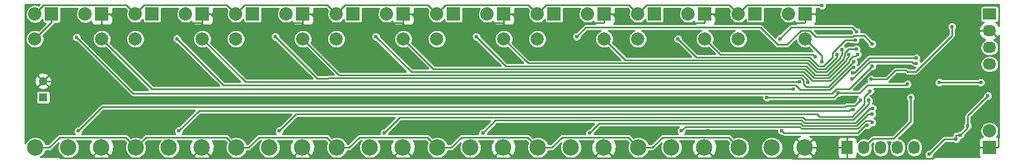
<source format=gbl>
G04 #@! TF.FileFunction,Copper,L2,Bot,Signal*
%FSLAX46Y46*%
G04 Gerber Fmt 4.6, Leading zero omitted, Abs format (unit mm)*
G04 Created by KiCad (PCBNEW 4.0.4-1.fc25-product) date Thu Nov  3 21:21:28 2016*
%MOMM*%
%LPD*%
G01*
G04 APERTURE LIST*
%ADD10C,0.100000*%
%ADD11C,2.499360*%
%ADD12R,1.300000X1.300000*%
%ADD13C,1.300000*%
%ADD14R,2.032000X2.032000*%
%ADD15O,2.032000X2.032000*%
%ADD16R,2.032000X1.727200*%
%ADD17O,2.032000X1.727200*%
%ADD18C,1.998980*%
%ADD19R,1.727200X2.032000*%
%ADD20O,1.727200X2.032000*%
%ADD21C,0.600000*%
%ADD22C,0.250000*%
%ADD23C,0.254000*%
G04 APERTURE END LIST*
D10*
D11*
X25400000Y-86360000D03*
X20398740Y-86360000D03*
X30401260Y-86360000D03*
D12*
X21590000Y-78740000D03*
D13*
X21590000Y-76240000D03*
D14*
X165100000Y-86360000D03*
D15*
X165100000Y-83820000D03*
D16*
X165100000Y-66040000D03*
D17*
X165100000Y-68580000D03*
X165100000Y-71120000D03*
X165100000Y-73660000D03*
D14*
X30480000Y-66040000D03*
D15*
X27940000Y-66040000D03*
D14*
X45720000Y-66040000D03*
D15*
X43180000Y-66040000D03*
D14*
X60960000Y-66040000D03*
D15*
X58420000Y-66040000D03*
D14*
X76200000Y-66040000D03*
D15*
X73660000Y-66040000D03*
D14*
X22860000Y-66040000D03*
D15*
X20320000Y-66040000D03*
D11*
X86360000Y-86360000D03*
X81358740Y-86360000D03*
X91361260Y-86360000D03*
D14*
X91440000Y-66040000D03*
D15*
X88900000Y-66040000D03*
D14*
X38100000Y-66040000D03*
D15*
X35560000Y-66040000D03*
D11*
X40640000Y-86360000D03*
X35638740Y-86360000D03*
X45641260Y-86360000D03*
X101600000Y-86360000D03*
X96598740Y-86360000D03*
X106601260Y-86360000D03*
D14*
X106680000Y-66040000D03*
D15*
X104140000Y-66040000D03*
D14*
X53340000Y-66040000D03*
D15*
X50800000Y-66040000D03*
D11*
X55880000Y-86360000D03*
X50878740Y-86360000D03*
X60881260Y-86360000D03*
X116840000Y-86360000D03*
X111838740Y-86360000D03*
X121841260Y-86360000D03*
D14*
X121920000Y-66040000D03*
D15*
X119380000Y-66040000D03*
D14*
X68580000Y-66040000D03*
D15*
X66040000Y-66040000D03*
D14*
X137160000Y-66040000D03*
D15*
X134620000Y-66040000D03*
D14*
X83820000Y-66040000D03*
D15*
X81280000Y-66040000D03*
D11*
X71120000Y-86360000D03*
X66118740Y-86360000D03*
X76121260Y-86360000D03*
X132080000Y-86360000D03*
X127078740Y-86360000D03*
X137081260Y-86360000D03*
D14*
X99060000Y-66040000D03*
D15*
X96520000Y-66040000D03*
D14*
X114300000Y-66040000D03*
D15*
X111760000Y-66040000D03*
D14*
X129540000Y-66040000D03*
D15*
X127000000Y-66040000D03*
D18*
X20320000Y-69850000D03*
X30480000Y-69850000D03*
X35560000Y-69850000D03*
X45720000Y-69850000D03*
X50800000Y-69850000D03*
X60960000Y-69850000D03*
X66040000Y-69850000D03*
X76200000Y-69850000D03*
X81280000Y-69850000D03*
X91440000Y-69850000D03*
X96520000Y-69850000D03*
X106680000Y-69850000D03*
X111760000Y-69850000D03*
X121920000Y-69850000D03*
X127000000Y-69850000D03*
X137160000Y-69850000D03*
D19*
X143510000Y-86360000D03*
D20*
X146050000Y-86360000D03*
X148590000Y-86360000D03*
X151130000Y-86360000D03*
X153670000Y-86360000D03*
D21*
X161798000Y-83058000D03*
X164846000Y-78486000D03*
X155956000Y-87376000D03*
X157480000Y-76454000D03*
X163764000Y-76454000D03*
X152654000Y-76708000D03*
X142134948Y-78083052D03*
X160020000Y-85090000D03*
X139700000Y-64770000D03*
X160655000Y-84455000D03*
X131330000Y-78740000D03*
X163068000Y-75184000D03*
X163068000Y-65024000D03*
X150368000Y-74168000D03*
X152314463Y-75344794D03*
X152908000Y-74168000D03*
X159004000Y-74676000D03*
X161544000Y-73660000D03*
X122428000Y-83820000D03*
X118872000Y-85852000D03*
X134620000Y-85852000D03*
X128016000Y-84328000D03*
X129540000Y-86360000D03*
X152400000Y-84836000D03*
X142494000Y-68834000D03*
X143764000Y-70612000D03*
X147945002Y-71628000D03*
X22606000Y-84836000D03*
X23368000Y-87122000D03*
X51562000Y-83820000D03*
X53086000Y-85090000D03*
X53848000Y-87122000D03*
X112522000Y-83820000D03*
X113792000Y-85344000D03*
X114300000Y-87122000D03*
X97282000Y-83566000D03*
X99060000Y-85090000D03*
X99060000Y-87122000D03*
X68834000Y-86614000D03*
X84328000Y-86868000D03*
X83820000Y-85090000D03*
X83566000Y-82804000D03*
X76200000Y-82550000D03*
X71120000Y-82296000D03*
X68834000Y-82296000D03*
X59920000Y-82296000D03*
X56896000Y-82296000D03*
X54102000Y-82296000D03*
X44680000Y-82296000D03*
X42672000Y-82042000D03*
X155702000Y-83820000D03*
X157988000Y-82296000D03*
X150368000Y-83312000D03*
X155448000Y-77470000D03*
X154940000Y-84582000D03*
X134366000Y-71374000D03*
X124714000Y-71374000D03*
X121158000Y-71882000D03*
X118618000Y-72390000D03*
X110490000Y-72390000D03*
X103632000Y-72644000D03*
X95758000Y-72644000D03*
X92202000Y-73152000D03*
X88138000Y-73660000D03*
X81280000Y-73660000D03*
X78740000Y-74168000D03*
X76200000Y-74676000D03*
X71374000Y-74676000D03*
X66802000Y-74676000D03*
X64516000Y-75184000D03*
X61976000Y-75692000D03*
X56134000Y-75692000D03*
X52578000Y-75692000D03*
X50292000Y-76200000D03*
X47498000Y-76708000D03*
X38608000Y-76708000D03*
X36322000Y-77470000D03*
X33528000Y-77724000D03*
X25146000Y-82804000D03*
X37084000Y-83820000D03*
X38100000Y-86868000D03*
X159385000Y-66675000D03*
X153035000Y-66040000D03*
X150495000Y-66040000D03*
X31115000Y-83820000D03*
X22225000Y-83185000D03*
X26670000Y-73660000D03*
X143764000Y-78994000D03*
X135890000Y-79365010D03*
X59855546Y-79111010D03*
X44704000Y-79111010D03*
X75087708Y-79111010D03*
X105664000Y-79111010D03*
X90742560Y-79111010D03*
X120733735Y-79111010D03*
X29464000Y-78232000D03*
X147149960Y-75975730D03*
X159385000Y-67945000D03*
X154020918Y-72751121D03*
X144338051Y-74996051D03*
X154001449Y-73552989D03*
X144272000Y-75946000D03*
X135382000Y-77470000D03*
X136248648Y-76394979D03*
X137529751Y-76445031D03*
X143762719Y-72244314D03*
X142752315Y-71445817D03*
X141929372Y-72235214D03*
X138624659Y-72507212D03*
X139711803Y-73272299D03*
X144510307Y-74187384D03*
X41854990Y-69795551D03*
X145074780Y-72181129D03*
X72010551Y-69470551D03*
X147320000Y-70612000D03*
X102490551Y-69470551D03*
X144905861Y-68736979D03*
X133294990Y-69795551D03*
X147284625Y-74020588D03*
X26670000Y-69596000D03*
X144479537Y-73339062D03*
X56770551Y-69470551D03*
X144899454Y-71371556D03*
X87250551Y-69470551D03*
X144780000Y-69986990D03*
X117856000Y-69850000D03*
X145516312Y-79162787D03*
X26924000Y-83820000D03*
X147352299Y-80381313D03*
X88239806Y-84160309D03*
X144389010Y-80601048D03*
X42164000Y-83820000D03*
X147320000Y-81280000D03*
X104458359Y-84160309D03*
X146994611Y-77758099D03*
X57404000Y-83820000D03*
X147320000Y-82550000D03*
X118364000Y-83820000D03*
X146766323Y-79171778D03*
X73280597Y-84160309D03*
X146541154Y-82986989D03*
X133604000Y-83820000D03*
X153162000Y-78740000D03*
D22*
X161798000Y-83058000D02*
X161798000Y-83312000D01*
X161798000Y-83312000D02*
X160655000Y-84455000D01*
X164846000Y-78486000D02*
X161798000Y-81534000D01*
X161798000Y-81534000D02*
X161798000Y-83058000D01*
X160020000Y-85090000D02*
X158242000Y-85090000D01*
X158242000Y-85090000D02*
X155956000Y-87376000D01*
X163764000Y-76454000D02*
X157480000Y-76454000D01*
X146580009Y-76844998D02*
X152517002Y-76844998D01*
X152517002Y-76844998D02*
X152654000Y-76708000D01*
X131330000Y-78740000D02*
X141478000Y-78740000D01*
X141478000Y-78740000D02*
X141834949Y-78383051D01*
X146580009Y-76844998D02*
X145341955Y-78083052D01*
X142559212Y-78083052D02*
X142134948Y-78083052D01*
X145341955Y-78083052D02*
X142559212Y-78083052D01*
X141834949Y-78383051D02*
X142134948Y-78083052D01*
X54315683Y-84785319D02*
X64544059Y-84785319D01*
X52741002Y-86360000D02*
X54315683Y-84785319D01*
X50878740Y-86360000D02*
X52741002Y-86360000D01*
X64869061Y-85110321D02*
X66118740Y-86360000D01*
X64544059Y-84785319D02*
X64869061Y-85110321D01*
X67981002Y-86360000D02*
X69555683Y-84785319D01*
X66118740Y-86360000D02*
X67981002Y-86360000D01*
X79784059Y-84785319D02*
X80109061Y-85110321D01*
X80109061Y-85110321D02*
X81358740Y-86360000D01*
X69555683Y-84785319D02*
X79784059Y-84785319D01*
X110589061Y-85110321D02*
X111838740Y-86360000D01*
X110264059Y-84785319D02*
X110589061Y-85110321D01*
X100289683Y-84785319D02*
X110264059Y-84785319D01*
X96598740Y-86360000D02*
X98715002Y-86360000D01*
X98715002Y-86360000D02*
X100289683Y-84785319D01*
X95349061Y-85110321D02*
X96598740Y-86360000D01*
X95024059Y-84785319D02*
X95349061Y-85110321D01*
X85049683Y-84785319D02*
X95024059Y-84785319D01*
X83475002Y-86360000D02*
X85049683Y-84785319D01*
X81358740Y-86360000D02*
X83475002Y-86360000D01*
X115529685Y-84785319D02*
X125504059Y-84785319D01*
X125504059Y-84785319D02*
X125829061Y-85110321D01*
X113955004Y-86360000D02*
X115529685Y-84785319D01*
X125829061Y-85110321D02*
X127078740Y-86360000D01*
X111838740Y-86360000D02*
X113955004Y-86360000D01*
X34389061Y-85110321D02*
X35638740Y-86360000D01*
X34064059Y-84785319D02*
X34389061Y-85110321D01*
X24089685Y-84785319D02*
X34064059Y-84785319D01*
X22515004Y-86360000D02*
X24089685Y-84785319D01*
X20398740Y-86360000D02*
X22515004Y-86360000D01*
X160020000Y-85090000D02*
X160020000Y-84455000D01*
X127000000Y-66040000D02*
X128341001Y-64698999D01*
X128341001Y-64698999D02*
X139628999Y-64698999D01*
X139628999Y-64698999D02*
X139700000Y-64770000D01*
X160655000Y-84455000D02*
X160020000Y-84455000D01*
X35638740Y-86360000D02*
X37213421Y-84785319D01*
X37213421Y-84785319D02*
X49304059Y-84785319D01*
X49304059Y-84785319D02*
X49629061Y-85110321D01*
X49629061Y-85110321D02*
X50878740Y-86360000D01*
X111760000Y-66040000D02*
X113101001Y-64698999D01*
X113101001Y-64698999D02*
X125658999Y-64698999D01*
X125658999Y-64698999D02*
X125984001Y-65024001D01*
X125984001Y-65024001D02*
X127000000Y-66040000D01*
X96520000Y-66040000D02*
X97861001Y-64698999D01*
X97861001Y-64698999D02*
X110418999Y-64698999D01*
X110418999Y-64698999D02*
X110744001Y-65024001D01*
X110744001Y-65024001D02*
X111760000Y-66040000D01*
X81280000Y-66040000D02*
X82621001Y-64698999D01*
X82621001Y-64698999D02*
X95178999Y-64698999D01*
X95178999Y-64698999D02*
X95504001Y-65024001D01*
X95504001Y-65024001D02*
X96520000Y-66040000D01*
X66040000Y-66040000D02*
X67381001Y-64698999D01*
X67381001Y-64698999D02*
X79938999Y-64698999D01*
X80264001Y-65024001D02*
X81280000Y-66040000D01*
X79938999Y-64698999D02*
X80264001Y-65024001D01*
X50800000Y-66040000D02*
X52141001Y-64698999D01*
X52141001Y-64698999D02*
X64698999Y-64698999D01*
X64698999Y-64698999D02*
X65024001Y-65024001D01*
X65024001Y-65024001D02*
X66040000Y-66040000D01*
X50800000Y-66040000D02*
X49458999Y-64698999D01*
X49458999Y-64698999D02*
X36901001Y-64698999D01*
X36901001Y-64698999D02*
X36575999Y-65024001D01*
X36575999Y-65024001D02*
X35560000Y-66040000D01*
X20320000Y-66040000D02*
X21661001Y-64698999D01*
X21661001Y-64698999D02*
X34218999Y-64698999D01*
X34218999Y-64698999D02*
X34544001Y-65024001D01*
X34544001Y-65024001D02*
X35560000Y-66040000D01*
X152908000Y-74168000D02*
X150368000Y-74168000D01*
X159859206Y-75344794D02*
X152738727Y-75344794D01*
X161544000Y-73660000D02*
X159859206Y-75344794D01*
X152738727Y-75344794D02*
X152314463Y-75344794D01*
X134620000Y-85852000D02*
X134620000Y-87934681D01*
X129540000Y-86360000D02*
X129540000Y-85852000D01*
X129540000Y-85852000D02*
X128016000Y-84328000D01*
X129540000Y-87934681D02*
X134620000Y-87934681D01*
X129540000Y-87934681D02*
X129540000Y-86360000D01*
X124460000Y-87934681D02*
X129540000Y-87934681D01*
X154940000Y-84582000D02*
X152654000Y-84582000D01*
X152654000Y-84582000D02*
X152400000Y-84836000D01*
X146558000Y-71628000D02*
X145542000Y-70612000D01*
X145542000Y-70612000D02*
X143764000Y-70612000D01*
X147945002Y-71628000D02*
X146558000Y-71628000D01*
X150495000Y-69723000D02*
X148590000Y-71628000D01*
X148590000Y-71628000D02*
X147945002Y-71628000D01*
X150495000Y-66040000D02*
X150495000Y-69723000D01*
X134620000Y-87934681D02*
X135506579Y-87934681D01*
X135245001Y-88001001D02*
X135178681Y-87934681D01*
X135178681Y-87934681D02*
X134620000Y-87934681D01*
X139192000Y-88001001D02*
X138722261Y-88001001D01*
X143510000Y-88001001D02*
X139192000Y-88001001D01*
X139192000Y-88001001D02*
X135245001Y-88001001D01*
X123415941Y-87934681D02*
X124460000Y-87934681D01*
X114300000Y-87934681D02*
X119888000Y-87934681D01*
X124460000Y-87934681D02*
X119888000Y-87934681D01*
X119888000Y-87934681D02*
X120266579Y-87934681D01*
X108966000Y-87934681D02*
X114300000Y-87934681D01*
X108175941Y-87934681D02*
X108966000Y-87934681D01*
X99314000Y-87934681D02*
X104394000Y-87934681D01*
X104394000Y-87934681D02*
X105026579Y-87934681D01*
X108966000Y-87934681D02*
X104394000Y-87934681D01*
X93980000Y-87934681D02*
X99060000Y-87934681D01*
X92935941Y-87934681D02*
X93980000Y-87934681D01*
X84455000Y-87934681D02*
X89154000Y-87934681D01*
X89154000Y-87934681D02*
X89786579Y-87934681D01*
X93980000Y-87934681D02*
X89154000Y-87934681D01*
X78486000Y-87934681D02*
X84328000Y-87934681D01*
X77695941Y-87934681D02*
X78486000Y-87934681D01*
X68834000Y-87934681D02*
X74422000Y-87934681D01*
X74422000Y-87934681D02*
X74546579Y-87934681D01*
X78486000Y-87934681D02*
X74422000Y-87934681D01*
X62455941Y-87934681D02*
X65024000Y-87934681D01*
X65024000Y-87934681D02*
X68834000Y-87934681D01*
X59306579Y-87934681D02*
X65024000Y-87934681D01*
X47498000Y-87934681D02*
X53594000Y-87934681D01*
X47215941Y-87934681D02*
X47498000Y-87934681D01*
X38100000Y-87934681D02*
X43942000Y-87934681D01*
X43942000Y-87934681D02*
X44066579Y-87934681D01*
X47498000Y-87934681D02*
X43942000Y-87934681D01*
X32766000Y-87934681D02*
X38100000Y-87934681D01*
X31975941Y-87934681D02*
X32766000Y-87934681D01*
X28826579Y-87934681D02*
X28702000Y-87934681D01*
X28702000Y-87934681D02*
X24180681Y-87934681D01*
X32766000Y-87934681D02*
X28702000Y-87934681D01*
X22606000Y-84836000D02*
X22606000Y-83566000D01*
X22606000Y-83566000D02*
X22225000Y-83185000D01*
X30401260Y-86360000D02*
X28826579Y-87934681D01*
X24180681Y-87934681D02*
X23368000Y-87122000D01*
X53086000Y-85090000D02*
X52832000Y-85090000D01*
X52832000Y-85090000D02*
X51562000Y-83820000D01*
X53848000Y-87934681D02*
X59306579Y-87934681D01*
X53594000Y-87934681D02*
X53848000Y-87934681D01*
X53848000Y-87934681D02*
X53848000Y-87122000D01*
X113792000Y-85344000D02*
X113792000Y-85090000D01*
X113792000Y-85090000D02*
X112522000Y-83820000D01*
X114300000Y-87934681D02*
X114300000Y-87122000D01*
X99060000Y-85090000D02*
X98806000Y-85090000D01*
X98806000Y-85090000D02*
X97282000Y-83566000D01*
X99314000Y-87376000D02*
X99060000Y-87122000D01*
X99060000Y-87934681D02*
X99314000Y-87934681D01*
X99314000Y-87934681D02*
X99314000Y-87376000D01*
X68834000Y-87934681D02*
X68834000Y-86614000D01*
X84328000Y-87934681D02*
X84455000Y-87934681D01*
X84328000Y-86868000D02*
X84328000Y-87934681D01*
X83566000Y-82804000D02*
X83566000Y-84836000D01*
X83566000Y-84836000D02*
X83820000Y-85090000D01*
X76200000Y-82550000D02*
X83312000Y-82550000D01*
X83312000Y-82550000D02*
X83566000Y-82804000D01*
X68834000Y-82296000D02*
X71120000Y-82296000D01*
X54102000Y-82296000D02*
X56896000Y-82296000D01*
X37084000Y-83820000D02*
X40894000Y-83820000D01*
X40894000Y-83820000D02*
X42672000Y-82042000D01*
X152654000Y-88001001D02*
X143510000Y-88001001D01*
X143510000Y-88001001D02*
X143510000Y-86360000D01*
X165100000Y-86360000D02*
X158105001Y-86360000D01*
X158105001Y-86360000D02*
X156464000Y-88001001D01*
X156464000Y-88001001D02*
X152654000Y-88001001D01*
X157988000Y-82296000D02*
X156464000Y-83820000D01*
X156464000Y-83820000D02*
X155702000Y-83820000D01*
X154940000Y-84582000D02*
X154940000Y-77978000D01*
X154940000Y-77978000D02*
X155448000Y-77470000D01*
X137081260Y-86360000D02*
X143510000Y-86360000D01*
X138722261Y-88001001D02*
X138330939Y-87609679D01*
X138330939Y-87609679D02*
X137081260Y-86360000D01*
X124714000Y-71374000D02*
X134366000Y-71374000D01*
X110490000Y-72390000D02*
X118618000Y-72390000D01*
X95758000Y-72644000D02*
X103632000Y-72644000D01*
X81280000Y-73660000D02*
X88138000Y-73660000D01*
X66802000Y-74676000D02*
X71374000Y-74676000D01*
X52578000Y-75692000D02*
X56134000Y-75692000D01*
X25146000Y-82804000D02*
X24765000Y-83185000D01*
X24765000Y-83185000D02*
X22225000Y-83185000D01*
X31115000Y-83820000D02*
X37084000Y-83820000D01*
X38100000Y-87934681D02*
X38100000Y-86868000D01*
X60881260Y-86360000D02*
X62455941Y-87934681D01*
X74546579Y-87934681D02*
X74871581Y-87609679D01*
X74871581Y-87609679D02*
X76121260Y-86360000D01*
X159385000Y-66675000D02*
X161290000Y-68580000D01*
X161290000Y-68580000D02*
X165100000Y-68580000D01*
X150495000Y-66040000D02*
X153035000Y-66040000D01*
X165100000Y-68580000D02*
X165252400Y-68580000D01*
X166441010Y-69768610D02*
X166441010Y-86284990D01*
X165252400Y-68580000D02*
X166441010Y-69768610D01*
X166441010Y-86284990D02*
X166366000Y-86360000D01*
X166366000Y-86360000D02*
X165100000Y-86360000D01*
X21590000Y-76240000D02*
X24090000Y-76240000D01*
X24090000Y-76240000D02*
X26670000Y-73660000D01*
X135890000Y-79365010D02*
X143392990Y-79365010D01*
X143392990Y-79365010D02*
X143764000Y-78994000D01*
X131030006Y-79365010D02*
X135465736Y-79365010D01*
X135465736Y-79365010D02*
X135890000Y-79365010D01*
X120733735Y-79111010D02*
X130776006Y-79111010D01*
X130776006Y-79111010D02*
X131030006Y-79365010D01*
X30343010Y-79111010D02*
X44279736Y-79111010D01*
X59855546Y-79111010D02*
X60279810Y-79111010D01*
X60279810Y-79111010D02*
X75087708Y-79111010D01*
X29464000Y-78232000D02*
X30343010Y-79111010D01*
X105664000Y-79111010D02*
X106088264Y-79111010D01*
X44279736Y-79111010D02*
X44704000Y-79111010D01*
X44704000Y-79111010D02*
X45128264Y-79111010D01*
X106088264Y-79111010D02*
X120733735Y-79111010D01*
X90742560Y-79111010D02*
X91166824Y-79111010D01*
X91166824Y-79111010D02*
X105664000Y-79111010D01*
X75087708Y-79111010D02*
X75511972Y-79111010D01*
X75511972Y-79111010D02*
X90742560Y-79111010D01*
X45128264Y-79111010D02*
X59855546Y-79111010D01*
X137084999Y-67381001D02*
X137160000Y-67306000D01*
X137160000Y-67306000D02*
X137160000Y-66040000D01*
X121841260Y-86360000D02*
X123415941Y-87934681D01*
X135506579Y-87934681D02*
X135831581Y-87609679D01*
X135831581Y-87609679D02*
X137081260Y-86360000D01*
X106601260Y-86360000D02*
X108175941Y-87934681D01*
X120266579Y-87934681D02*
X120591581Y-87609679D01*
X120591581Y-87609679D02*
X121841260Y-86360000D01*
X91361260Y-86360000D02*
X92935941Y-87934681D01*
X105026579Y-87934681D02*
X105351581Y-87609679D01*
X105351581Y-87609679D02*
X106601260Y-86360000D01*
X76121260Y-86360000D02*
X77695941Y-87934681D01*
X89786579Y-87934681D02*
X90111581Y-87609679D01*
X90111581Y-87609679D02*
X91361260Y-86360000D01*
X45641260Y-86360000D02*
X47215941Y-87934681D01*
X59306579Y-87934681D02*
X59631581Y-87609679D01*
X59631581Y-87609679D02*
X60881260Y-86360000D01*
X30401260Y-86360000D02*
X31975941Y-87934681D01*
X44391581Y-87609679D02*
X45641260Y-86360000D01*
X44066579Y-87934681D02*
X44391581Y-87609679D01*
X121920000Y-66040000D02*
X123186000Y-66040000D01*
X123186000Y-66040000D02*
X124527001Y-67381001D01*
X124527001Y-67381001D02*
X137084999Y-67381001D01*
X106680000Y-66040000D02*
X107946000Y-66040000D01*
X107946000Y-66040000D02*
X109287001Y-67381001D01*
X109287001Y-67381001D02*
X121844999Y-67381001D01*
X121844999Y-67381001D02*
X121920000Y-67306000D01*
X121920000Y-67306000D02*
X121920000Y-66040000D01*
X91440000Y-66040000D02*
X92706000Y-66040000D01*
X92706000Y-66040000D02*
X94047001Y-67381001D01*
X106680000Y-67306000D02*
X106680000Y-66040000D01*
X94047001Y-67381001D02*
X106604999Y-67381001D01*
X106604999Y-67381001D02*
X106680000Y-67306000D01*
X76200000Y-66040000D02*
X77466000Y-66040000D01*
X77466000Y-66040000D02*
X78807001Y-67381001D01*
X78807001Y-67381001D02*
X91364999Y-67381001D01*
X91364999Y-67381001D02*
X91440000Y-67306000D01*
X91440000Y-67306000D02*
X91440000Y-66040000D01*
X60960000Y-66040000D02*
X62226000Y-66040000D01*
X76124999Y-67381001D02*
X76200000Y-67306000D01*
X62226000Y-66040000D02*
X63567001Y-67381001D01*
X63567001Y-67381001D02*
X76124999Y-67381001D01*
X76200000Y-67306000D02*
X76200000Y-66040000D01*
X45720000Y-66040000D02*
X46986000Y-66040000D01*
X46986000Y-66040000D02*
X48327001Y-67381001D01*
X48327001Y-67381001D02*
X60884999Y-67381001D01*
X60884999Y-67381001D02*
X60960000Y-67306000D01*
X60960000Y-67306000D02*
X60960000Y-66040000D01*
X30480000Y-66040000D02*
X31746000Y-66040000D01*
X31746000Y-66040000D02*
X33087001Y-67381001D01*
X33087001Y-67381001D02*
X45644999Y-67381001D01*
X45720000Y-67306000D02*
X45720000Y-66040000D01*
X45644999Y-67381001D02*
X45720000Y-67306000D01*
X149485274Y-75975730D02*
X147574224Y-75975730D01*
X153898414Y-74793001D02*
X152607999Y-74793001D01*
X147574224Y-75975730D02*
X147149960Y-75975730D01*
X159385000Y-69306415D02*
X153898414Y-74793001D01*
X152433009Y-74618011D02*
X150842993Y-74618011D01*
X152607999Y-74793001D02*
X152433009Y-74618011D01*
X159385000Y-67945000D02*
X159385000Y-69306415D01*
X150842993Y-74618011D02*
X149485274Y-75975730D01*
X144585539Y-74996051D02*
X146830469Y-72751121D01*
X146830469Y-72751121D02*
X153596654Y-72751121D01*
X153596654Y-72751121D02*
X154020918Y-72751121D01*
X144338051Y-74996051D02*
X144585539Y-74996051D01*
X153293686Y-73299052D02*
X153547623Y-73552989D01*
X153547623Y-73552989D02*
X153577185Y-73552989D01*
X146918948Y-73299052D02*
X153293686Y-73299052D01*
X144272000Y-75946000D02*
X146918948Y-73299052D01*
X153577185Y-73552989D02*
X154001449Y-73552989D01*
X134874000Y-77470000D02*
X135382000Y-77470000D01*
X91186000Y-77470000D02*
X134874000Y-77470000D01*
X52832000Y-77470000D02*
X91186000Y-77470000D01*
X38100000Y-77470000D02*
X52832000Y-77470000D01*
X30480000Y-69850000D02*
X38100000Y-77470000D01*
X135824384Y-76394979D02*
X136248648Y-76394979D01*
X52264979Y-76394979D02*
X135824384Y-76394979D01*
X45720000Y-69850000D02*
X52264979Y-76394979D01*
X137529751Y-76114667D02*
X137529751Y-76445031D01*
X136735050Y-75319966D02*
X137529751Y-76114667D01*
X66429966Y-75319966D02*
X136735050Y-75319966D01*
X60960000Y-69850000D02*
X66429966Y-75319966D01*
X76200000Y-69850000D02*
X80769944Y-74419944D01*
X138457883Y-75769977D02*
X140729890Y-75769977D01*
X80769944Y-74419944D02*
X137107850Y-74419944D01*
X137107850Y-74419944D02*
X138457883Y-75769977D01*
X143404524Y-73095343D02*
X143404524Y-72852660D01*
X143762719Y-72494465D02*
X143762719Y-72244314D01*
X140729890Y-75769977D02*
X143404524Y-73095343D01*
X143404524Y-72852660D02*
X143762719Y-72494465D01*
X91440000Y-69850000D02*
X95109922Y-73519922D01*
X95109922Y-73519922D02*
X137480650Y-73519922D01*
X138830682Y-74869955D02*
X140357092Y-74869955D01*
X137480650Y-73519922D02*
X138830682Y-74869955D01*
X142687707Y-72296655D02*
X142687707Y-71510425D01*
X140357092Y-74869955D02*
X142504502Y-72722545D01*
X142504502Y-72479860D02*
X142687707Y-72296655D01*
X142504502Y-72722545D02*
X142504502Y-72479860D01*
X142687707Y-71510425D02*
X142752315Y-71445817D01*
X106680000Y-69850000D02*
X109899911Y-73069911D01*
X141929372Y-72659478D02*
X141929372Y-72235214D01*
X140168906Y-74419944D02*
X141929372Y-72659478D01*
X109899911Y-73069911D02*
X137667050Y-73069911D01*
X139017081Y-74419944D02*
X140168906Y-74419944D01*
X137667050Y-73069911D02*
X139017081Y-74419944D01*
X124239889Y-72169889D02*
X138287336Y-72169889D01*
X138324660Y-72207213D02*
X138624659Y-72507212D01*
X138287336Y-72169889D02*
X138324660Y-72207213D01*
X121920000Y-69850000D02*
X124239889Y-72169889D01*
X139711803Y-72848035D02*
X139711803Y-73272299D01*
X137160000Y-69850000D02*
X139711803Y-72401803D01*
X139711803Y-72401803D02*
X139711803Y-72848035D01*
X136364990Y-77527988D02*
X140881112Y-77527988D01*
X140881112Y-77527988D02*
X144221716Y-74187384D01*
X48904438Y-76844999D02*
X135682001Y-76844999D01*
X41854990Y-69795551D02*
X48904438Y-76844999D01*
X144221716Y-74187384D02*
X144510307Y-74187384D01*
X135682001Y-76844999D02*
X136364990Y-77527988D01*
X144774781Y-72481128D02*
X145074780Y-72181129D01*
X144412467Y-72481128D02*
X144774781Y-72481128D01*
X143854535Y-73039060D02*
X144412467Y-72481128D01*
X140916290Y-76219988D02*
X143854535Y-73281743D01*
X143854535Y-73281743D02*
X143854535Y-73039060D01*
X138271483Y-76219988D02*
X140916290Y-76219988D01*
X72010551Y-69470551D02*
X77409955Y-74869955D01*
X136921450Y-74869955D02*
X138271483Y-76219988D01*
X77409955Y-74869955D02*
X136921450Y-74869955D01*
X147020001Y-70312001D02*
X147320000Y-70612000D01*
X146069989Y-69361989D02*
X147020001Y-70312001D01*
X144479999Y-69361989D02*
X146069989Y-69361989D01*
X137795757Y-68525509D02*
X138740799Y-69470551D01*
X136524243Y-68525509D02*
X137795757Y-68525509D01*
X144371437Y-69470551D02*
X144479999Y-69361989D01*
X134329190Y-70720562D02*
X136524243Y-68525509D01*
X130349925Y-68075498D02*
X132994989Y-70720562D01*
X132994989Y-70720562D02*
X134329190Y-70720562D01*
X138740799Y-69470551D02*
X144371437Y-69470551D01*
X103885604Y-68075498D02*
X130349925Y-68075498D01*
X102490551Y-69470551D02*
X103885604Y-68075498D01*
X133294990Y-69795551D02*
X135015043Y-68075498D01*
X144605862Y-68436980D02*
X144905861Y-68736979D01*
X144244380Y-68075498D02*
X144605862Y-68436980D01*
X135015043Y-68075498D02*
X144244380Y-68075498D01*
X141834947Y-77458051D02*
X143847162Y-77458051D01*
X35188998Y-78114998D02*
X141178000Y-78114998D01*
X141178000Y-78114998D02*
X141834947Y-77458051D01*
X26670000Y-69596000D02*
X35188998Y-78114998D01*
X146984626Y-74320587D02*
X147284625Y-74020588D01*
X143847162Y-77458051D02*
X146984626Y-74320587D01*
X136548650Y-75769977D02*
X136873650Y-76094977D01*
X137278799Y-77077977D02*
X140694712Y-77077977D01*
X64816001Y-75809001D02*
X64855025Y-75769977D01*
X140694712Y-77077977D02*
X144133628Y-73639061D01*
X63109001Y-75809001D02*
X64816001Y-75809001D01*
X136873650Y-76094977D02*
X136873650Y-76672828D01*
X144179538Y-73639061D02*
X144479537Y-73339062D01*
X56770551Y-69470551D02*
X63109001Y-75809001D01*
X144133628Y-73639061D02*
X144179538Y-73639061D01*
X136873650Y-76672828D02*
X137278799Y-77077977D01*
X64855025Y-75769977D02*
X136548650Y-75769977D01*
X91749933Y-73969933D02*
X137294250Y-73969933D01*
X143137718Y-72483055D02*
X143137718Y-71944313D01*
X140543491Y-75319966D02*
X142954513Y-72908944D01*
X144475190Y-71371556D02*
X144899454Y-71371556D01*
X87250551Y-69470551D02*
X91749933Y-73969933D01*
X138644283Y-75319966D02*
X140543491Y-75319966D01*
X137294250Y-73969933D02*
X138644283Y-75319966D01*
X142954513Y-72908944D02*
X142954513Y-72666260D01*
X143137718Y-71944313D02*
X143710475Y-71371556D01*
X142954513Y-72666260D02*
X143137718Y-72483055D01*
X143710475Y-71371556D02*
X144475190Y-71371556D01*
X117856000Y-69850000D02*
X120625900Y-72619900D01*
X139203481Y-73969933D02*
X139969486Y-73969933D01*
X139969486Y-73969933D02*
X141304371Y-72635048D01*
X141304371Y-72635048D02*
X141304371Y-71935213D01*
X137853450Y-72619900D02*
X139203481Y-73969933D01*
X120625900Y-72619900D02*
X137853450Y-72619900D01*
X144355736Y-69986990D02*
X144780000Y-69986990D01*
X143252594Y-69986990D02*
X144355736Y-69986990D01*
X141304371Y-71935213D02*
X143252594Y-69986990D01*
X20320000Y-69850000D02*
X22860000Y-67310000D01*
X22860000Y-67310000D02*
X22860000Y-66040000D01*
X145216313Y-79462786D02*
X145516312Y-79162787D01*
X143186003Y-80204989D02*
X143414945Y-79976047D01*
X143414945Y-79976047D02*
X144703052Y-79976047D01*
X137946725Y-80204989D02*
X143186003Y-80204989D01*
X144703052Y-79976047D02*
X145216313Y-79462786D01*
X26924000Y-83820000D02*
X30539011Y-80204989D01*
X30539011Y-80204989D02*
X137946725Y-80204989D01*
X146926400Y-80381313D02*
X146928035Y-80381313D01*
X90162104Y-82238011D02*
X136624197Y-82238011D01*
X88239806Y-84160309D02*
X90162104Y-82238011D01*
X136624197Y-82238011D02*
X136968564Y-82582378D01*
X144725335Y-82582378D02*
X146926400Y-80381313D01*
X136968564Y-82582378D02*
X144725335Y-82582378D01*
X146928035Y-80381313D02*
X147352299Y-80381313D01*
X143964746Y-80601048D02*
X144389010Y-80601048D01*
X143837746Y-80728048D02*
X143964746Y-80601048D01*
X45255952Y-80728048D02*
X143837746Y-80728048D01*
X42164000Y-83820000D02*
X45255952Y-80728048D01*
X144928378Y-83032389D02*
X146680767Y-81280000D01*
X146895736Y-81280000D02*
X147320000Y-81280000D01*
X136782164Y-83032389D02*
X144928378Y-83032389D01*
X136494764Y-82744989D02*
X136782164Y-83032389D01*
X105873679Y-82744989D02*
X136494764Y-82744989D01*
X146680767Y-81280000D02*
X146895736Y-81280000D01*
X104458359Y-84160309D02*
X105873679Y-82744989D01*
X146141322Y-78611388D02*
X146694612Y-78058098D01*
X146694612Y-78058098D02*
X146994611Y-77758099D01*
X139302941Y-81682356D02*
X144232706Y-81682356D01*
X144232706Y-81682356D02*
X146141322Y-79773740D01*
X57404000Y-83820000D02*
X59943999Y-81280001D01*
X146141322Y-79773740D02*
X146141322Y-78611388D01*
X138900586Y-81280001D02*
X139302941Y-81682356D01*
X59943999Y-81280001D02*
X138900586Y-81280001D01*
X118989000Y-83195000D02*
X136308364Y-83195000D01*
X145114779Y-83482400D02*
X146347178Y-82250001D01*
X147020001Y-82250001D02*
X147320000Y-82550000D01*
X146347178Y-82250001D02*
X147020001Y-82250001D01*
X136308364Y-83195000D02*
X136595764Y-83482400D01*
X118364000Y-83820000D02*
X118989000Y-83195000D01*
X136595764Y-83482400D02*
X145114779Y-83482400D01*
X146766323Y-79596042D02*
X146766323Y-79171778D01*
X144419106Y-82132367D02*
X146766323Y-79785150D01*
X146766323Y-79785150D02*
X146766323Y-79596042D01*
X137154963Y-82132367D02*
X144419106Y-82132367D01*
X136810596Y-81788000D02*
X137154963Y-82132367D01*
X75652906Y-81788000D02*
X136810596Y-81788000D01*
X73280597Y-84160309D02*
X75652906Y-81788000D01*
X146246601Y-82986989D02*
X146541154Y-82986989D01*
X145113591Y-84119999D02*
X146246601Y-82986989D01*
X133604000Y-83820000D02*
X133903999Y-84119999D01*
X133903999Y-84119999D02*
X145113591Y-84119999D01*
X146050000Y-86360000D02*
X147391010Y-85018990D01*
X153162000Y-82407980D02*
X153162000Y-79164264D01*
X150550990Y-85018990D02*
X153162000Y-82407980D01*
X147391010Y-85018990D02*
X150550990Y-85018990D01*
X153162000Y-79164264D02*
X153162000Y-78740000D01*
D23*
G36*
X119972634Y-85911897D02*
X119943393Y-86661098D01*
X120203085Y-87364461D01*
X120286356Y-87489085D01*
X120594381Y-87606172D01*
X121840553Y-86360000D01*
X121826411Y-86345858D01*
X121827118Y-86345151D01*
X121841260Y-86359293D01*
X121855403Y-86345151D01*
X121856110Y-86345858D01*
X121841967Y-86360000D01*
X123088139Y-87606172D01*
X123396164Y-87489085D01*
X123709886Y-86808103D01*
X123739127Y-86058902D01*
X123479435Y-85355539D01*
X123436525Y-85291319D01*
X125294467Y-85291319D01*
X125621165Y-85618017D01*
X125448344Y-86034215D01*
X125447777Y-86682939D01*
X125695511Y-87282499D01*
X126153828Y-87741617D01*
X126316104Y-87809000D01*
X123010601Y-87809000D01*
X123087432Y-87606879D01*
X121841260Y-86360707D01*
X120595088Y-87606879D01*
X120671919Y-87809000D01*
X117603322Y-87809000D01*
X117762499Y-87743229D01*
X118221617Y-87284912D01*
X118470396Y-86685785D01*
X118470963Y-86037061D01*
X118223229Y-85437501D01*
X118077302Y-85291319D01*
X120258528Y-85291319D01*
X119972634Y-85911897D01*
X119972634Y-85911897D01*
G37*
X119972634Y-85911897D02*
X119943393Y-86661098D01*
X120203085Y-87364461D01*
X120286356Y-87489085D01*
X120594381Y-87606172D01*
X121840553Y-86360000D01*
X121826411Y-86345858D01*
X121827118Y-86345151D01*
X121841260Y-86359293D01*
X121855403Y-86345151D01*
X121856110Y-86345858D01*
X121841967Y-86360000D01*
X123088139Y-87606172D01*
X123396164Y-87489085D01*
X123709886Y-86808103D01*
X123739127Y-86058902D01*
X123479435Y-85355539D01*
X123436525Y-85291319D01*
X125294467Y-85291319D01*
X125621165Y-85618017D01*
X125448344Y-86034215D01*
X125447777Y-86682939D01*
X125695511Y-87282499D01*
X126153828Y-87741617D01*
X126316104Y-87809000D01*
X123010601Y-87809000D01*
X123087432Y-87606879D01*
X121841260Y-86360707D01*
X120595088Y-87606879D01*
X120671919Y-87809000D01*
X117603322Y-87809000D01*
X117762499Y-87743229D01*
X118221617Y-87284912D01*
X118470396Y-86685785D01*
X118470963Y-86037061D01*
X118223229Y-85437501D01*
X118077302Y-85291319D01*
X120258528Y-85291319D01*
X119972634Y-85911897D01*
G36*
X69738383Y-85435088D02*
X69489604Y-86034215D01*
X69489037Y-86682939D01*
X69736771Y-87282499D01*
X70195088Y-87741617D01*
X70357364Y-87809000D01*
X66882062Y-87809000D01*
X67041239Y-87743229D01*
X67500357Y-87284912D01*
X67674304Y-86866000D01*
X67981002Y-86866000D01*
X68174640Y-86827483D01*
X68338798Y-86717796D01*
X69765275Y-85291319D01*
X69882403Y-85291319D01*
X69738383Y-85435088D01*
X69738383Y-85435088D01*
G37*
X69738383Y-85435088D02*
X69489604Y-86034215D01*
X69489037Y-86682939D01*
X69736771Y-87282499D01*
X70195088Y-87741617D01*
X70357364Y-87809000D01*
X66882062Y-87809000D01*
X67041239Y-87743229D01*
X67500357Y-87284912D01*
X67674304Y-86866000D01*
X67981002Y-86866000D01*
X68174640Y-86827483D01*
X68338798Y-86717796D01*
X69765275Y-85291319D01*
X69882403Y-85291319D01*
X69738383Y-85435088D01*
G36*
X23769604Y-86034215D02*
X23769037Y-86682939D01*
X24016771Y-87282499D01*
X24475088Y-87741617D01*
X24637364Y-87809000D01*
X21162062Y-87809000D01*
X21321239Y-87743229D01*
X21780357Y-87284912D01*
X21954304Y-86866000D01*
X22515004Y-86866000D01*
X22708642Y-86827483D01*
X22872800Y-86717796D01*
X23921012Y-85669584D01*
X23769604Y-86034215D01*
X23769604Y-86034215D01*
G37*
X23769604Y-86034215D02*
X23769037Y-86682939D01*
X24016771Y-87282499D01*
X24475088Y-87741617D01*
X24637364Y-87809000D01*
X21162062Y-87809000D01*
X21321239Y-87743229D01*
X21780357Y-87284912D01*
X21954304Y-86866000D01*
X22515004Y-86866000D01*
X22708642Y-86827483D01*
X22872800Y-86717796D01*
X23921012Y-85669584D01*
X23769604Y-86034215D01*
G36*
X43772634Y-85911897D02*
X43743393Y-86661098D01*
X44003085Y-87364461D01*
X44086356Y-87489085D01*
X44394381Y-87606172D01*
X45640553Y-86360000D01*
X45626411Y-86345858D01*
X45627118Y-86345151D01*
X45641260Y-86359293D01*
X45655403Y-86345151D01*
X45656110Y-86345858D01*
X45641967Y-86360000D01*
X46888139Y-87606172D01*
X47196164Y-87489085D01*
X47509886Y-86808103D01*
X47539127Y-86058902D01*
X47279435Y-85355539D01*
X47236525Y-85291319D01*
X49094467Y-85291319D01*
X49421165Y-85618017D01*
X49248344Y-86034215D01*
X49247777Y-86682939D01*
X49495511Y-87282499D01*
X49953828Y-87741617D01*
X50116104Y-87809000D01*
X46810601Y-87809000D01*
X46887432Y-87606879D01*
X45641260Y-86360707D01*
X44395088Y-87606879D01*
X44471919Y-87809000D01*
X41403322Y-87809000D01*
X41562499Y-87743229D01*
X42021617Y-87284912D01*
X42270396Y-86685785D01*
X42270963Y-86037061D01*
X42023229Y-85437501D01*
X41877302Y-85291319D01*
X44058528Y-85291319D01*
X43772634Y-85911897D01*
X43772634Y-85911897D01*
G37*
X43772634Y-85911897D02*
X43743393Y-86661098D01*
X44003085Y-87364461D01*
X44086356Y-87489085D01*
X44394381Y-87606172D01*
X45640553Y-86360000D01*
X45626411Y-86345858D01*
X45627118Y-86345151D01*
X45641260Y-86359293D01*
X45655403Y-86345151D01*
X45656110Y-86345858D01*
X45641967Y-86360000D01*
X46888139Y-87606172D01*
X47196164Y-87489085D01*
X47509886Y-86808103D01*
X47539127Y-86058902D01*
X47279435Y-85355539D01*
X47236525Y-85291319D01*
X49094467Y-85291319D01*
X49421165Y-85618017D01*
X49248344Y-86034215D01*
X49247777Y-86682939D01*
X49495511Y-87282499D01*
X49953828Y-87741617D01*
X50116104Y-87809000D01*
X46810601Y-87809000D01*
X46887432Y-87606879D01*
X45641260Y-86360707D01*
X44395088Y-87606879D01*
X44471919Y-87809000D01*
X41403322Y-87809000D01*
X41562499Y-87743229D01*
X42021617Y-87284912D01*
X42270396Y-86685785D01*
X42270963Y-86037061D01*
X42023229Y-85437501D01*
X41877302Y-85291319D01*
X44058528Y-85291319D01*
X43772634Y-85911897D01*
G36*
X59012634Y-85911897D02*
X58983393Y-86661098D01*
X59243085Y-87364461D01*
X59326356Y-87489085D01*
X59634381Y-87606172D01*
X60880553Y-86360000D01*
X60866411Y-86345858D01*
X60867118Y-86345151D01*
X60881260Y-86359293D01*
X60895403Y-86345151D01*
X60896110Y-86345858D01*
X60881967Y-86360000D01*
X62128139Y-87606172D01*
X62436164Y-87489085D01*
X62749886Y-86808103D01*
X62779127Y-86058902D01*
X62519435Y-85355539D01*
X62476525Y-85291319D01*
X64334467Y-85291319D01*
X64661165Y-85618017D01*
X64488344Y-86034215D01*
X64487777Y-86682939D01*
X64735511Y-87282499D01*
X65193828Y-87741617D01*
X65356104Y-87809000D01*
X62050601Y-87809000D01*
X62127432Y-87606879D01*
X60881260Y-86360707D01*
X59635088Y-87606879D01*
X59711919Y-87809000D01*
X56643322Y-87809000D01*
X56802499Y-87743229D01*
X57261617Y-87284912D01*
X57510396Y-86685785D01*
X57510963Y-86037061D01*
X57263229Y-85437501D01*
X57117302Y-85291319D01*
X59298528Y-85291319D01*
X59012634Y-85911897D01*
X59012634Y-85911897D01*
G37*
X59012634Y-85911897D02*
X58983393Y-86661098D01*
X59243085Y-87364461D01*
X59326356Y-87489085D01*
X59634381Y-87606172D01*
X60880553Y-86360000D01*
X60866411Y-86345858D01*
X60867118Y-86345151D01*
X60881260Y-86359293D01*
X60895403Y-86345151D01*
X60896110Y-86345858D01*
X60881967Y-86360000D01*
X62128139Y-87606172D01*
X62436164Y-87489085D01*
X62749886Y-86808103D01*
X62779127Y-86058902D01*
X62519435Y-85355539D01*
X62476525Y-85291319D01*
X64334467Y-85291319D01*
X64661165Y-85618017D01*
X64488344Y-86034215D01*
X64487777Y-86682939D01*
X64735511Y-87282499D01*
X65193828Y-87741617D01*
X65356104Y-87809000D01*
X62050601Y-87809000D01*
X62127432Y-87606879D01*
X60881260Y-86360707D01*
X59635088Y-87606879D01*
X59711919Y-87809000D01*
X56643322Y-87809000D01*
X56802499Y-87743229D01*
X57261617Y-87284912D01*
X57510396Y-86685785D01*
X57510963Y-86037061D01*
X57263229Y-85437501D01*
X57117302Y-85291319D01*
X59298528Y-85291319D01*
X59012634Y-85911897D01*
G36*
X54498383Y-85435088D02*
X54249604Y-86034215D01*
X54249037Y-86682939D01*
X54496771Y-87282499D01*
X54955088Y-87741617D01*
X55117364Y-87809000D01*
X51642062Y-87809000D01*
X51801239Y-87743229D01*
X52260357Y-87284912D01*
X52434304Y-86866000D01*
X52741002Y-86866000D01*
X52934640Y-86827483D01*
X53098798Y-86717796D01*
X54525275Y-85291319D01*
X54642403Y-85291319D01*
X54498383Y-85435088D01*
X54498383Y-85435088D01*
G37*
X54498383Y-85435088D02*
X54249604Y-86034215D01*
X54249037Y-86682939D01*
X54496771Y-87282499D01*
X54955088Y-87741617D01*
X55117364Y-87809000D01*
X51642062Y-87809000D01*
X51801239Y-87743229D01*
X52260357Y-87284912D01*
X52434304Y-86866000D01*
X52741002Y-86866000D01*
X52934640Y-86827483D01*
X53098798Y-86717796D01*
X54525275Y-85291319D01*
X54642403Y-85291319D01*
X54498383Y-85435088D01*
G36*
X39258383Y-85435088D02*
X39009604Y-86034215D01*
X39009037Y-86682939D01*
X39256771Y-87282499D01*
X39715088Y-87741617D01*
X39877364Y-87809000D01*
X36402062Y-87809000D01*
X36561239Y-87743229D01*
X37020357Y-87284912D01*
X37269136Y-86685785D01*
X37269703Y-86037061D01*
X37096486Y-85617846D01*
X37423013Y-85291319D01*
X39402403Y-85291319D01*
X39258383Y-85435088D01*
X39258383Y-85435088D01*
G37*
X39258383Y-85435088D02*
X39009604Y-86034215D01*
X39009037Y-86682939D01*
X39256771Y-87282499D01*
X39715088Y-87741617D01*
X39877364Y-87809000D01*
X36402062Y-87809000D01*
X36561239Y-87743229D01*
X37020357Y-87284912D01*
X37269136Y-86685785D01*
X37269703Y-86037061D01*
X37096486Y-85617846D01*
X37423013Y-85291319D01*
X39402403Y-85291319D01*
X39258383Y-85435088D01*
G36*
X28532634Y-85911897D02*
X28503393Y-86661098D01*
X28763085Y-87364461D01*
X28846356Y-87489085D01*
X29154381Y-87606172D01*
X30400553Y-86360000D01*
X30386411Y-86345858D01*
X30387118Y-86345151D01*
X30401260Y-86359293D01*
X30415403Y-86345151D01*
X30416110Y-86345858D01*
X30401967Y-86360000D01*
X31648139Y-87606172D01*
X31956164Y-87489085D01*
X32269886Y-86808103D01*
X32299127Y-86058902D01*
X32039435Y-85355539D01*
X31996525Y-85291319D01*
X33854467Y-85291319D01*
X34181165Y-85618017D01*
X34008344Y-86034215D01*
X34007777Y-86682939D01*
X34255511Y-87282499D01*
X34713828Y-87741617D01*
X34876104Y-87809000D01*
X31570601Y-87809000D01*
X31647432Y-87606879D01*
X30401260Y-86360707D01*
X29155088Y-87606879D01*
X29231919Y-87809000D01*
X26163322Y-87809000D01*
X26322499Y-87743229D01*
X26781617Y-87284912D01*
X27030396Y-86685785D01*
X27030963Y-86037061D01*
X26783229Y-85437501D01*
X26637302Y-85291319D01*
X28818528Y-85291319D01*
X28532634Y-85911897D01*
X28532634Y-85911897D01*
G37*
X28532634Y-85911897D02*
X28503393Y-86661098D01*
X28763085Y-87364461D01*
X28846356Y-87489085D01*
X29154381Y-87606172D01*
X30400553Y-86360000D01*
X30386411Y-86345858D01*
X30387118Y-86345151D01*
X30401260Y-86359293D01*
X30415403Y-86345151D01*
X30416110Y-86345858D01*
X30401967Y-86360000D01*
X31648139Y-87606172D01*
X31956164Y-87489085D01*
X32269886Y-86808103D01*
X32299127Y-86058902D01*
X32039435Y-85355539D01*
X31996525Y-85291319D01*
X33854467Y-85291319D01*
X34181165Y-85618017D01*
X34008344Y-86034215D01*
X34007777Y-86682939D01*
X34255511Y-87282499D01*
X34713828Y-87741617D01*
X34876104Y-87809000D01*
X31570601Y-87809000D01*
X31647432Y-87606879D01*
X30401260Y-86360707D01*
X29155088Y-87606879D01*
X29231919Y-87809000D01*
X26163322Y-87809000D01*
X26322499Y-87743229D01*
X26781617Y-87284912D01*
X27030396Y-86685785D01*
X27030963Y-86037061D01*
X26783229Y-85437501D01*
X26637302Y-85291319D01*
X28818528Y-85291319D01*
X28532634Y-85911897D01*
G36*
X166549000Y-67874999D02*
X166312424Y-67520683D01*
X165970518Y-67292064D01*
X166116000Y-67292064D01*
X166257190Y-67265497D01*
X166386865Y-67182054D01*
X166473859Y-67054734D01*
X166504464Y-66903600D01*
X166504464Y-65176400D01*
X166477897Y-65035210D01*
X166394454Y-64905535D01*
X166267134Y-64818541D01*
X166116000Y-64787936D01*
X164084000Y-64787936D01*
X163942810Y-64814503D01*
X163813135Y-64897946D01*
X163726141Y-65025266D01*
X163695536Y-65176400D01*
X163695536Y-66903600D01*
X163722103Y-67044790D01*
X163805546Y-67174465D01*
X163932866Y-67261459D01*
X164084000Y-67292064D01*
X164229482Y-67292064D01*
X163887576Y-67520683D01*
X163562882Y-68006972D01*
X163467528Y-68345073D01*
X163607750Y-68579500D01*
X165099500Y-68579500D01*
X165099500Y-68559500D01*
X165100500Y-68559500D01*
X165100500Y-68579500D01*
X165120500Y-68579500D01*
X165120500Y-68580500D01*
X165100500Y-68580500D01*
X165100500Y-68600500D01*
X165099500Y-68600500D01*
X165099500Y-68580500D01*
X163607750Y-68580500D01*
X163467528Y-68814927D01*
X163562882Y-69153028D01*
X163887576Y-69639317D01*
X164373649Y-69964335D01*
X164434488Y-69976458D01*
X164040166Y-70239935D01*
X163770371Y-70643712D01*
X163675631Y-71120000D01*
X163770371Y-71596288D01*
X164040166Y-72000065D01*
X164443943Y-72269860D01*
X164920231Y-72364600D01*
X165279769Y-72364600D01*
X165756057Y-72269860D01*
X166159834Y-72000065D01*
X166429629Y-71596288D01*
X166524369Y-71120000D01*
X166429629Y-70643712D01*
X166159834Y-70239935D01*
X165765512Y-69976458D01*
X165826351Y-69964335D01*
X166312424Y-69639317D01*
X166549000Y-69285001D01*
X166549000Y-84878975D01*
X166475698Y-84805673D01*
X166242309Y-84709000D01*
X166181232Y-84709000D01*
X166418029Y-84354609D01*
X166524369Y-83820000D01*
X166418029Y-83285391D01*
X166115197Y-82832172D01*
X165661978Y-82529340D01*
X165127369Y-82423000D01*
X165072631Y-82423000D01*
X164538022Y-82529340D01*
X164084803Y-82832172D01*
X163781971Y-83285391D01*
X163675631Y-83820000D01*
X163781971Y-84354609D01*
X164018768Y-84709000D01*
X163957691Y-84709000D01*
X163724302Y-84805673D01*
X163545673Y-84984301D01*
X163449000Y-85217690D01*
X163449000Y-86200750D01*
X163607750Y-86359500D01*
X165099500Y-86359500D01*
X165099500Y-86339500D01*
X165100500Y-86339500D01*
X165100500Y-86359500D01*
X165120500Y-86359500D01*
X165120500Y-86360500D01*
X165100500Y-86360500D01*
X165100500Y-86380500D01*
X165099500Y-86380500D01*
X165099500Y-86360500D01*
X163607750Y-86360500D01*
X163449000Y-86519250D01*
X163449000Y-87502310D01*
X163545673Y-87735699D01*
X163618974Y-87809000D01*
X156486165Y-87809000D01*
X156532987Y-87762259D01*
X156636882Y-87512054D01*
X156636970Y-87410622D01*
X158451592Y-85596000D01*
X159562877Y-85596000D01*
X159633741Y-85666987D01*
X159883946Y-85770882D01*
X160154865Y-85771118D01*
X160405252Y-85667661D01*
X160596987Y-85476259D01*
X160700882Y-85226054D01*
X160700960Y-85136041D01*
X160789865Y-85136118D01*
X161040252Y-85032661D01*
X161231987Y-84841259D01*
X161335882Y-84591054D01*
X161335970Y-84489622D01*
X162155796Y-83669796D01*
X162176832Y-83638314D01*
X162183252Y-83635661D01*
X162374987Y-83444259D01*
X162478882Y-83194054D01*
X162479118Y-82923135D01*
X162375661Y-82672748D01*
X162304000Y-82600962D01*
X162304000Y-81743592D01*
X164880561Y-79167031D01*
X164980865Y-79167118D01*
X165231252Y-79063661D01*
X165422987Y-78872259D01*
X165526882Y-78622054D01*
X165527118Y-78351135D01*
X165423661Y-78100748D01*
X165232259Y-77909013D01*
X164982054Y-77805118D01*
X164711135Y-77804882D01*
X164460748Y-77908339D01*
X164269013Y-78099741D01*
X164165118Y-78349946D01*
X164165030Y-78451378D01*
X161440204Y-81176204D01*
X161330517Y-81340362D01*
X161292000Y-81534000D01*
X161292000Y-82600877D01*
X161221013Y-82671741D01*
X161117118Y-82921946D01*
X161116882Y-83192865D01*
X161141635Y-83252773D01*
X160620439Y-83773969D01*
X160520135Y-83773882D01*
X160269748Y-83877339D01*
X160197962Y-83949000D01*
X160020000Y-83949000D01*
X159826362Y-83987517D01*
X159662204Y-84097204D01*
X159552517Y-84261362D01*
X159514000Y-84455000D01*
X159514000Y-84584000D01*
X158242000Y-84584000D01*
X158048362Y-84622517D01*
X157884204Y-84732204D01*
X155921439Y-86694969D01*
X155821135Y-86694882D01*
X155570748Y-86798339D01*
X155379013Y-86989741D01*
X155275118Y-87239946D01*
X155274882Y-87510865D01*
X155378339Y-87761252D01*
X155426004Y-87809000D01*
X144838625Y-87809000D01*
X144911927Y-87735698D01*
X145008600Y-87502309D01*
X145008600Y-87178379D01*
X145169935Y-87419834D01*
X145573712Y-87689629D01*
X146050000Y-87784369D01*
X146526288Y-87689629D01*
X146930065Y-87419834D01*
X147199860Y-87016057D01*
X147294600Y-86539769D01*
X147294600Y-86180231D01*
X147236657Y-85888935D01*
X147477375Y-85648217D01*
X147440140Y-85703943D01*
X147345400Y-86180231D01*
X147345400Y-86539769D01*
X147440140Y-87016057D01*
X147709935Y-87419834D01*
X148113712Y-87689629D01*
X148590000Y-87784369D01*
X149066288Y-87689629D01*
X149470065Y-87419834D01*
X149739860Y-87016057D01*
X149834600Y-86539769D01*
X149834600Y-86180231D01*
X149739860Y-85703943D01*
X149620288Y-85524990D01*
X150099712Y-85524990D01*
X149980140Y-85703943D01*
X149885400Y-86180231D01*
X149885400Y-86539769D01*
X149980140Y-87016057D01*
X150249935Y-87419834D01*
X150653712Y-87689629D01*
X151130000Y-87784369D01*
X151606288Y-87689629D01*
X152010065Y-87419834D01*
X152279860Y-87016057D01*
X152374600Y-86539769D01*
X152374600Y-86180231D01*
X152425400Y-86180231D01*
X152425400Y-86539769D01*
X152520140Y-87016057D01*
X152789935Y-87419834D01*
X153193712Y-87689629D01*
X153670000Y-87784369D01*
X154146288Y-87689629D01*
X154550065Y-87419834D01*
X154819860Y-87016057D01*
X154914600Y-86539769D01*
X154914600Y-86180231D01*
X154819860Y-85703943D01*
X154550065Y-85300166D01*
X154146288Y-85030371D01*
X153670000Y-84935631D01*
X153193712Y-85030371D01*
X152789935Y-85300166D01*
X152520140Y-85703943D01*
X152425400Y-86180231D01*
X152374600Y-86180231D01*
X152279860Y-85703943D01*
X152010065Y-85300166D01*
X151606288Y-85030371D01*
X151313450Y-84972122D01*
X153519796Y-82765776D01*
X153571096Y-82689000D01*
X153629483Y-82601618D01*
X153668000Y-82407980D01*
X153668000Y-79197123D01*
X153738987Y-79126259D01*
X153842882Y-78876054D01*
X153843118Y-78605135D01*
X153739661Y-78354748D01*
X153548259Y-78163013D01*
X153298054Y-78059118D01*
X153027135Y-78058882D01*
X152776748Y-78162339D01*
X152585013Y-78353741D01*
X152481118Y-78603946D01*
X152480882Y-78874865D01*
X152584339Y-79125252D01*
X152656000Y-79197038D01*
X152656000Y-82198388D01*
X150341398Y-84512990D01*
X147391010Y-84512990D01*
X147197372Y-84551507D01*
X147085887Y-84625999D01*
X147033214Y-84661194D01*
X146608863Y-85085545D01*
X146526288Y-85030371D01*
X146050000Y-84935631D01*
X145573712Y-85030371D01*
X145169935Y-85300166D01*
X145008600Y-85541621D01*
X145008600Y-85217691D01*
X144911927Y-84984302D01*
X144733299Y-84805673D01*
X144499910Y-84709000D01*
X143669250Y-84709000D01*
X143510500Y-84867750D01*
X143510500Y-86359500D01*
X143530500Y-86359500D01*
X143530500Y-86360500D01*
X143510500Y-86360500D01*
X143510500Y-86380500D01*
X143509500Y-86380500D01*
X143509500Y-86360500D01*
X142170150Y-86360500D01*
X142011400Y-86519250D01*
X142011400Y-87502309D01*
X142108073Y-87735698D01*
X142181375Y-87809000D01*
X138250601Y-87809000D01*
X138327432Y-87606879D01*
X137081260Y-86360707D01*
X135835088Y-87606879D01*
X135911919Y-87809000D01*
X132843322Y-87809000D01*
X133002499Y-87743229D01*
X133461617Y-87284912D01*
X133710396Y-86685785D01*
X133710417Y-86661098D01*
X135183393Y-86661098D01*
X135443085Y-87364461D01*
X135526356Y-87489085D01*
X135834381Y-87606172D01*
X137080553Y-86360000D01*
X137081967Y-86360000D01*
X138328139Y-87606172D01*
X138636164Y-87489085D01*
X138949886Y-86808103D01*
X138979127Y-86058902D01*
X138719435Y-85355539D01*
X138636164Y-85230915D01*
X138601376Y-85217691D01*
X142011400Y-85217691D01*
X142011400Y-86200750D01*
X142170150Y-86359500D01*
X143509500Y-86359500D01*
X143509500Y-84867750D01*
X143350750Y-84709000D01*
X142520090Y-84709000D01*
X142286701Y-84805673D01*
X142108073Y-84984302D01*
X142011400Y-85217691D01*
X138601376Y-85217691D01*
X138328139Y-85113828D01*
X137081967Y-86360000D01*
X137080553Y-86360000D01*
X135834381Y-85113828D01*
X135526356Y-85230915D01*
X135212634Y-85911897D01*
X135183393Y-86661098D01*
X133710417Y-86661098D01*
X133710963Y-86037061D01*
X133463229Y-85437501D01*
X133004912Y-84978383D01*
X132405785Y-84729604D01*
X131757061Y-84729037D01*
X131157501Y-84976771D01*
X130698383Y-85435088D01*
X130449604Y-86034215D01*
X130449037Y-86682939D01*
X130696771Y-87282499D01*
X131155088Y-87741617D01*
X131317364Y-87809000D01*
X127842062Y-87809000D01*
X128001239Y-87743229D01*
X128460357Y-87284912D01*
X128709136Y-86685785D01*
X128709703Y-86037061D01*
X128461969Y-85437501D01*
X128003652Y-84978383D01*
X127404525Y-84729604D01*
X126755801Y-84729037D01*
X126336586Y-84902254D01*
X125861855Y-84427523D01*
X125697697Y-84317836D01*
X125504059Y-84279319D01*
X118867800Y-84279319D01*
X118940987Y-84206259D01*
X119044882Y-83956054D01*
X119044970Y-83854622D01*
X119198592Y-83701000D01*
X132923103Y-83701000D01*
X132922882Y-83954865D01*
X133026339Y-84205252D01*
X133217741Y-84396987D01*
X133467946Y-84500882D01*
X133580902Y-84500980D01*
X133710361Y-84587482D01*
X133903999Y-84625999D01*
X136336339Y-84625999D01*
X136076799Y-84721825D01*
X135952175Y-84805096D01*
X135835088Y-85113121D01*
X137081260Y-86359293D01*
X138327432Y-85113121D01*
X138210345Y-84805096D01*
X137821587Y-84625999D01*
X145113591Y-84625999D01*
X145307229Y-84587482D01*
X145471387Y-84477795D01*
X146317631Y-83631551D01*
X146405100Y-83667871D01*
X146676019Y-83668107D01*
X146926406Y-83564650D01*
X147118141Y-83373248D01*
X147178241Y-83228513D01*
X147183946Y-83230882D01*
X147454865Y-83231118D01*
X147705252Y-83127661D01*
X147896987Y-82936259D01*
X148000882Y-82686054D01*
X148001118Y-82415135D01*
X147897661Y-82164748D01*
X147706259Y-81973013D01*
X147566515Y-81914986D01*
X147705252Y-81857661D01*
X147896987Y-81666259D01*
X148000882Y-81416054D01*
X148001118Y-81145135D01*
X147897661Y-80894748D01*
X147849858Y-80846862D01*
X147929286Y-80767572D01*
X148033181Y-80517367D01*
X148033417Y-80246448D01*
X147929960Y-79996061D01*
X147738558Y-79804326D01*
X147488353Y-79700431D01*
X147272323Y-79700243D01*
X147272323Y-79628901D01*
X147343310Y-79558037D01*
X147447205Y-79307832D01*
X147447441Y-79036913D01*
X147343984Y-78786526D01*
X147152582Y-78594791D01*
X146955392Y-78512910D01*
X147029172Y-78439130D01*
X147129476Y-78439217D01*
X147379863Y-78335760D01*
X147571598Y-78144358D01*
X147675493Y-77894153D01*
X147675729Y-77623234D01*
X147572272Y-77372847D01*
X147550461Y-77350998D01*
X152426712Y-77350998D01*
X152517946Y-77388882D01*
X152788865Y-77389118D01*
X153039252Y-77285661D01*
X153230987Y-77094259D01*
X153334882Y-76844054D01*
X153335104Y-76588865D01*
X156798882Y-76588865D01*
X156902339Y-76839252D01*
X157093741Y-77030987D01*
X157343946Y-77134882D01*
X157614865Y-77135118D01*
X157865252Y-77031661D01*
X157937038Y-76960000D01*
X163306877Y-76960000D01*
X163377741Y-77030987D01*
X163627946Y-77134882D01*
X163898865Y-77135118D01*
X164149252Y-77031661D01*
X164340987Y-76840259D01*
X164444882Y-76590054D01*
X164445118Y-76319135D01*
X164341661Y-76068748D01*
X164150259Y-75877013D01*
X163900054Y-75773118D01*
X163629135Y-75772882D01*
X163378748Y-75876339D01*
X163306962Y-75948000D01*
X157937123Y-75948000D01*
X157866259Y-75877013D01*
X157616054Y-75773118D01*
X157345135Y-75772882D01*
X157094748Y-75876339D01*
X156903013Y-76067741D01*
X156799118Y-76317946D01*
X156798882Y-76588865D01*
X153335104Y-76588865D01*
X153335118Y-76573135D01*
X153231661Y-76322748D01*
X153040259Y-76131013D01*
X152790054Y-76027118D01*
X152519135Y-76026882D01*
X152268748Y-76130339D01*
X152077013Y-76321741D01*
X152069847Y-76338998D01*
X149834881Y-76338998D01*
X149843070Y-76333526D01*
X151052585Y-75124011D01*
X152223417Y-75124011D01*
X152250203Y-75150797D01*
X152414361Y-75260484D01*
X152607999Y-75299001D01*
X153898414Y-75299001D01*
X154092052Y-75260484D01*
X154256210Y-75150797D01*
X155747007Y-73660000D01*
X163675631Y-73660000D01*
X163770371Y-74136288D01*
X164040166Y-74540065D01*
X164443943Y-74809860D01*
X164920231Y-74904600D01*
X165279769Y-74904600D01*
X165756057Y-74809860D01*
X166159834Y-74540065D01*
X166429629Y-74136288D01*
X166524369Y-73660000D01*
X166429629Y-73183712D01*
X166159834Y-72779935D01*
X165756057Y-72510140D01*
X165279769Y-72415400D01*
X164920231Y-72415400D01*
X164443943Y-72510140D01*
X164040166Y-72779935D01*
X163770371Y-73183712D01*
X163675631Y-73660000D01*
X155747007Y-73660000D01*
X159742796Y-69664211D01*
X159852483Y-69500053D01*
X159891000Y-69306415D01*
X159891000Y-68402123D01*
X159961987Y-68331259D01*
X160065882Y-68081054D01*
X160066118Y-67810135D01*
X159962661Y-67559748D01*
X159771259Y-67368013D01*
X159521054Y-67264118D01*
X159250135Y-67263882D01*
X158999748Y-67367339D01*
X158808013Y-67558741D01*
X158704118Y-67808946D01*
X158703882Y-68079865D01*
X158807339Y-68330252D01*
X158879000Y-68402038D01*
X158879000Y-69096823D01*
X154646058Y-73329765D01*
X154579110Y-73167737D01*
X154573313Y-73161930D01*
X154597905Y-73137380D01*
X154701800Y-72887175D01*
X154702036Y-72616256D01*
X154598579Y-72365869D01*
X154407177Y-72174134D01*
X154156972Y-72070239D01*
X153886053Y-72070003D01*
X153635666Y-72173460D01*
X153563880Y-72245121D01*
X146830469Y-72245121D01*
X146636831Y-72283638D01*
X146472673Y-72393325D01*
X145075927Y-73790071D01*
X145033868Y-73747938D01*
X145056524Y-73725321D01*
X145160419Y-73475116D01*
X145160655Y-73204197D01*
X145057198Y-72953810D01*
X145018562Y-72915107D01*
X145097817Y-72862150D01*
X145209645Y-72862247D01*
X145460032Y-72758790D01*
X145651767Y-72567388D01*
X145755662Y-72317183D01*
X145755898Y-72046264D01*
X145652441Y-71795877D01*
X145516982Y-71660182D01*
X145580336Y-71507610D01*
X145580572Y-71236691D01*
X145477115Y-70986304D01*
X145285713Y-70794569D01*
X145035508Y-70690674D01*
X144764589Y-70690438D01*
X144514202Y-70793895D01*
X144442416Y-70865556D01*
X143710475Y-70865556D01*
X143516837Y-70904073D01*
X143418476Y-70969796D01*
X143352679Y-71013760D01*
X143317935Y-71048504D01*
X143138574Y-70868830D01*
X143101670Y-70853506D01*
X143462186Y-70492990D01*
X144322877Y-70492990D01*
X144393741Y-70563977D01*
X144643946Y-70667872D01*
X144914865Y-70668108D01*
X145165252Y-70564651D01*
X145356987Y-70373249D01*
X145460882Y-70123044D01*
X145461104Y-69867989D01*
X145860397Y-69867989D01*
X146638969Y-70646561D01*
X146638882Y-70746865D01*
X146742339Y-70997252D01*
X146933741Y-71188987D01*
X147183946Y-71292882D01*
X147454865Y-71293118D01*
X147705252Y-71189661D01*
X147896987Y-70998259D01*
X148000882Y-70748054D01*
X148001118Y-70477135D01*
X147897661Y-70226748D01*
X147706259Y-70035013D01*
X147456054Y-69931118D01*
X147354622Y-69931030D01*
X146427785Y-69004193D01*
X146263627Y-68894506D01*
X146069989Y-68855989D01*
X145586758Y-68855989D01*
X145586979Y-68602114D01*
X145483522Y-68351727D01*
X145292120Y-68159992D01*
X145041915Y-68056097D01*
X144940483Y-68056009D01*
X144602176Y-67717702D01*
X144438018Y-67608015D01*
X144244380Y-67569498D01*
X138560528Y-67569498D01*
X138714327Y-67415698D01*
X138811000Y-67182309D01*
X138811000Y-66199250D01*
X138652250Y-66040500D01*
X137160500Y-66040500D01*
X137160500Y-66060500D01*
X137159500Y-66060500D01*
X137159500Y-66040500D01*
X137139500Y-66040500D01*
X137139500Y-66039500D01*
X137159500Y-66039500D01*
X137159500Y-66019500D01*
X137160500Y-66019500D01*
X137160500Y-66039500D01*
X138652250Y-66039500D01*
X138811000Y-65880750D01*
X138811000Y-65204999D01*
X139172000Y-65204999D01*
X139313741Y-65346987D01*
X139563946Y-65450882D01*
X139834865Y-65451118D01*
X140085252Y-65347661D01*
X140276987Y-65156259D01*
X140380882Y-64906054D01*
X140381118Y-64635135D01*
X140362882Y-64591000D01*
X166549000Y-64591000D01*
X166549000Y-67874999D01*
X166549000Y-67874999D01*
G37*
X166549000Y-67874999D02*
X166312424Y-67520683D01*
X165970518Y-67292064D01*
X166116000Y-67292064D01*
X166257190Y-67265497D01*
X166386865Y-67182054D01*
X166473859Y-67054734D01*
X166504464Y-66903600D01*
X166504464Y-65176400D01*
X166477897Y-65035210D01*
X166394454Y-64905535D01*
X166267134Y-64818541D01*
X166116000Y-64787936D01*
X164084000Y-64787936D01*
X163942810Y-64814503D01*
X163813135Y-64897946D01*
X163726141Y-65025266D01*
X163695536Y-65176400D01*
X163695536Y-66903600D01*
X163722103Y-67044790D01*
X163805546Y-67174465D01*
X163932866Y-67261459D01*
X164084000Y-67292064D01*
X164229482Y-67292064D01*
X163887576Y-67520683D01*
X163562882Y-68006972D01*
X163467528Y-68345073D01*
X163607750Y-68579500D01*
X165099500Y-68579500D01*
X165099500Y-68559500D01*
X165100500Y-68559500D01*
X165100500Y-68579500D01*
X165120500Y-68579500D01*
X165120500Y-68580500D01*
X165100500Y-68580500D01*
X165100500Y-68600500D01*
X165099500Y-68600500D01*
X165099500Y-68580500D01*
X163607750Y-68580500D01*
X163467528Y-68814927D01*
X163562882Y-69153028D01*
X163887576Y-69639317D01*
X164373649Y-69964335D01*
X164434488Y-69976458D01*
X164040166Y-70239935D01*
X163770371Y-70643712D01*
X163675631Y-71120000D01*
X163770371Y-71596288D01*
X164040166Y-72000065D01*
X164443943Y-72269860D01*
X164920231Y-72364600D01*
X165279769Y-72364600D01*
X165756057Y-72269860D01*
X166159834Y-72000065D01*
X166429629Y-71596288D01*
X166524369Y-71120000D01*
X166429629Y-70643712D01*
X166159834Y-70239935D01*
X165765512Y-69976458D01*
X165826351Y-69964335D01*
X166312424Y-69639317D01*
X166549000Y-69285001D01*
X166549000Y-84878975D01*
X166475698Y-84805673D01*
X166242309Y-84709000D01*
X166181232Y-84709000D01*
X166418029Y-84354609D01*
X166524369Y-83820000D01*
X166418029Y-83285391D01*
X166115197Y-82832172D01*
X165661978Y-82529340D01*
X165127369Y-82423000D01*
X165072631Y-82423000D01*
X164538022Y-82529340D01*
X164084803Y-82832172D01*
X163781971Y-83285391D01*
X163675631Y-83820000D01*
X163781971Y-84354609D01*
X164018768Y-84709000D01*
X163957691Y-84709000D01*
X163724302Y-84805673D01*
X163545673Y-84984301D01*
X163449000Y-85217690D01*
X163449000Y-86200750D01*
X163607750Y-86359500D01*
X165099500Y-86359500D01*
X165099500Y-86339500D01*
X165100500Y-86339500D01*
X165100500Y-86359500D01*
X165120500Y-86359500D01*
X165120500Y-86360500D01*
X165100500Y-86360500D01*
X165100500Y-86380500D01*
X165099500Y-86380500D01*
X165099500Y-86360500D01*
X163607750Y-86360500D01*
X163449000Y-86519250D01*
X163449000Y-87502310D01*
X163545673Y-87735699D01*
X163618974Y-87809000D01*
X156486165Y-87809000D01*
X156532987Y-87762259D01*
X156636882Y-87512054D01*
X156636970Y-87410622D01*
X158451592Y-85596000D01*
X159562877Y-85596000D01*
X159633741Y-85666987D01*
X159883946Y-85770882D01*
X160154865Y-85771118D01*
X160405252Y-85667661D01*
X160596987Y-85476259D01*
X160700882Y-85226054D01*
X160700960Y-85136041D01*
X160789865Y-85136118D01*
X161040252Y-85032661D01*
X161231987Y-84841259D01*
X161335882Y-84591054D01*
X161335970Y-84489622D01*
X162155796Y-83669796D01*
X162176832Y-83638314D01*
X162183252Y-83635661D01*
X162374987Y-83444259D01*
X162478882Y-83194054D01*
X162479118Y-82923135D01*
X162375661Y-82672748D01*
X162304000Y-82600962D01*
X162304000Y-81743592D01*
X164880561Y-79167031D01*
X164980865Y-79167118D01*
X165231252Y-79063661D01*
X165422987Y-78872259D01*
X165526882Y-78622054D01*
X165527118Y-78351135D01*
X165423661Y-78100748D01*
X165232259Y-77909013D01*
X164982054Y-77805118D01*
X164711135Y-77804882D01*
X164460748Y-77908339D01*
X164269013Y-78099741D01*
X164165118Y-78349946D01*
X164165030Y-78451378D01*
X161440204Y-81176204D01*
X161330517Y-81340362D01*
X161292000Y-81534000D01*
X161292000Y-82600877D01*
X161221013Y-82671741D01*
X161117118Y-82921946D01*
X161116882Y-83192865D01*
X161141635Y-83252773D01*
X160620439Y-83773969D01*
X160520135Y-83773882D01*
X160269748Y-83877339D01*
X160197962Y-83949000D01*
X160020000Y-83949000D01*
X159826362Y-83987517D01*
X159662204Y-84097204D01*
X159552517Y-84261362D01*
X159514000Y-84455000D01*
X159514000Y-84584000D01*
X158242000Y-84584000D01*
X158048362Y-84622517D01*
X157884204Y-84732204D01*
X155921439Y-86694969D01*
X155821135Y-86694882D01*
X155570748Y-86798339D01*
X155379013Y-86989741D01*
X155275118Y-87239946D01*
X155274882Y-87510865D01*
X155378339Y-87761252D01*
X155426004Y-87809000D01*
X144838625Y-87809000D01*
X144911927Y-87735698D01*
X145008600Y-87502309D01*
X145008600Y-87178379D01*
X145169935Y-87419834D01*
X145573712Y-87689629D01*
X146050000Y-87784369D01*
X146526288Y-87689629D01*
X146930065Y-87419834D01*
X147199860Y-87016057D01*
X147294600Y-86539769D01*
X147294600Y-86180231D01*
X147236657Y-85888935D01*
X147477375Y-85648217D01*
X147440140Y-85703943D01*
X147345400Y-86180231D01*
X147345400Y-86539769D01*
X147440140Y-87016057D01*
X147709935Y-87419834D01*
X148113712Y-87689629D01*
X148590000Y-87784369D01*
X149066288Y-87689629D01*
X149470065Y-87419834D01*
X149739860Y-87016057D01*
X149834600Y-86539769D01*
X149834600Y-86180231D01*
X149739860Y-85703943D01*
X149620288Y-85524990D01*
X150099712Y-85524990D01*
X149980140Y-85703943D01*
X149885400Y-86180231D01*
X149885400Y-86539769D01*
X149980140Y-87016057D01*
X150249935Y-87419834D01*
X150653712Y-87689629D01*
X151130000Y-87784369D01*
X151606288Y-87689629D01*
X152010065Y-87419834D01*
X152279860Y-87016057D01*
X152374600Y-86539769D01*
X152374600Y-86180231D01*
X152425400Y-86180231D01*
X152425400Y-86539769D01*
X152520140Y-87016057D01*
X152789935Y-87419834D01*
X153193712Y-87689629D01*
X153670000Y-87784369D01*
X154146288Y-87689629D01*
X154550065Y-87419834D01*
X154819860Y-87016057D01*
X154914600Y-86539769D01*
X154914600Y-86180231D01*
X154819860Y-85703943D01*
X154550065Y-85300166D01*
X154146288Y-85030371D01*
X153670000Y-84935631D01*
X153193712Y-85030371D01*
X152789935Y-85300166D01*
X152520140Y-85703943D01*
X152425400Y-86180231D01*
X152374600Y-86180231D01*
X152279860Y-85703943D01*
X152010065Y-85300166D01*
X151606288Y-85030371D01*
X151313450Y-84972122D01*
X153519796Y-82765776D01*
X153571096Y-82689000D01*
X153629483Y-82601618D01*
X153668000Y-82407980D01*
X153668000Y-79197123D01*
X153738987Y-79126259D01*
X153842882Y-78876054D01*
X153843118Y-78605135D01*
X153739661Y-78354748D01*
X153548259Y-78163013D01*
X153298054Y-78059118D01*
X153027135Y-78058882D01*
X152776748Y-78162339D01*
X152585013Y-78353741D01*
X152481118Y-78603946D01*
X152480882Y-78874865D01*
X152584339Y-79125252D01*
X152656000Y-79197038D01*
X152656000Y-82198388D01*
X150341398Y-84512990D01*
X147391010Y-84512990D01*
X147197372Y-84551507D01*
X147085887Y-84625999D01*
X147033214Y-84661194D01*
X146608863Y-85085545D01*
X146526288Y-85030371D01*
X146050000Y-84935631D01*
X145573712Y-85030371D01*
X145169935Y-85300166D01*
X145008600Y-85541621D01*
X145008600Y-85217691D01*
X144911927Y-84984302D01*
X144733299Y-84805673D01*
X144499910Y-84709000D01*
X143669250Y-84709000D01*
X143510500Y-84867750D01*
X143510500Y-86359500D01*
X143530500Y-86359500D01*
X143530500Y-86360500D01*
X143510500Y-86360500D01*
X143510500Y-86380500D01*
X143509500Y-86380500D01*
X143509500Y-86360500D01*
X142170150Y-86360500D01*
X142011400Y-86519250D01*
X142011400Y-87502309D01*
X142108073Y-87735698D01*
X142181375Y-87809000D01*
X138250601Y-87809000D01*
X138327432Y-87606879D01*
X137081260Y-86360707D01*
X135835088Y-87606879D01*
X135911919Y-87809000D01*
X132843322Y-87809000D01*
X133002499Y-87743229D01*
X133461617Y-87284912D01*
X133710396Y-86685785D01*
X133710417Y-86661098D01*
X135183393Y-86661098D01*
X135443085Y-87364461D01*
X135526356Y-87489085D01*
X135834381Y-87606172D01*
X137080553Y-86360000D01*
X137081967Y-86360000D01*
X138328139Y-87606172D01*
X138636164Y-87489085D01*
X138949886Y-86808103D01*
X138979127Y-86058902D01*
X138719435Y-85355539D01*
X138636164Y-85230915D01*
X138601376Y-85217691D01*
X142011400Y-85217691D01*
X142011400Y-86200750D01*
X142170150Y-86359500D01*
X143509500Y-86359500D01*
X143509500Y-84867750D01*
X143350750Y-84709000D01*
X142520090Y-84709000D01*
X142286701Y-84805673D01*
X142108073Y-84984302D01*
X142011400Y-85217691D01*
X138601376Y-85217691D01*
X138328139Y-85113828D01*
X137081967Y-86360000D01*
X137080553Y-86360000D01*
X135834381Y-85113828D01*
X135526356Y-85230915D01*
X135212634Y-85911897D01*
X135183393Y-86661098D01*
X133710417Y-86661098D01*
X133710963Y-86037061D01*
X133463229Y-85437501D01*
X133004912Y-84978383D01*
X132405785Y-84729604D01*
X131757061Y-84729037D01*
X131157501Y-84976771D01*
X130698383Y-85435088D01*
X130449604Y-86034215D01*
X130449037Y-86682939D01*
X130696771Y-87282499D01*
X131155088Y-87741617D01*
X131317364Y-87809000D01*
X127842062Y-87809000D01*
X128001239Y-87743229D01*
X128460357Y-87284912D01*
X128709136Y-86685785D01*
X128709703Y-86037061D01*
X128461969Y-85437501D01*
X128003652Y-84978383D01*
X127404525Y-84729604D01*
X126755801Y-84729037D01*
X126336586Y-84902254D01*
X125861855Y-84427523D01*
X125697697Y-84317836D01*
X125504059Y-84279319D01*
X118867800Y-84279319D01*
X118940987Y-84206259D01*
X119044882Y-83956054D01*
X119044970Y-83854622D01*
X119198592Y-83701000D01*
X132923103Y-83701000D01*
X132922882Y-83954865D01*
X133026339Y-84205252D01*
X133217741Y-84396987D01*
X133467946Y-84500882D01*
X133580902Y-84500980D01*
X133710361Y-84587482D01*
X133903999Y-84625999D01*
X136336339Y-84625999D01*
X136076799Y-84721825D01*
X135952175Y-84805096D01*
X135835088Y-85113121D01*
X137081260Y-86359293D01*
X138327432Y-85113121D01*
X138210345Y-84805096D01*
X137821587Y-84625999D01*
X145113591Y-84625999D01*
X145307229Y-84587482D01*
X145471387Y-84477795D01*
X146317631Y-83631551D01*
X146405100Y-83667871D01*
X146676019Y-83668107D01*
X146926406Y-83564650D01*
X147118141Y-83373248D01*
X147178241Y-83228513D01*
X147183946Y-83230882D01*
X147454865Y-83231118D01*
X147705252Y-83127661D01*
X147896987Y-82936259D01*
X148000882Y-82686054D01*
X148001118Y-82415135D01*
X147897661Y-82164748D01*
X147706259Y-81973013D01*
X147566515Y-81914986D01*
X147705252Y-81857661D01*
X147896987Y-81666259D01*
X148000882Y-81416054D01*
X148001118Y-81145135D01*
X147897661Y-80894748D01*
X147849858Y-80846862D01*
X147929286Y-80767572D01*
X148033181Y-80517367D01*
X148033417Y-80246448D01*
X147929960Y-79996061D01*
X147738558Y-79804326D01*
X147488353Y-79700431D01*
X147272323Y-79700243D01*
X147272323Y-79628901D01*
X147343310Y-79558037D01*
X147447205Y-79307832D01*
X147447441Y-79036913D01*
X147343984Y-78786526D01*
X147152582Y-78594791D01*
X146955392Y-78512910D01*
X147029172Y-78439130D01*
X147129476Y-78439217D01*
X147379863Y-78335760D01*
X147571598Y-78144358D01*
X147675493Y-77894153D01*
X147675729Y-77623234D01*
X147572272Y-77372847D01*
X147550461Y-77350998D01*
X152426712Y-77350998D01*
X152517946Y-77388882D01*
X152788865Y-77389118D01*
X153039252Y-77285661D01*
X153230987Y-77094259D01*
X153334882Y-76844054D01*
X153335104Y-76588865D01*
X156798882Y-76588865D01*
X156902339Y-76839252D01*
X157093741Y-77030987D01*
X157343946Y-77134882D01*
X157614865Y-77135118D01*
X157865252Y-77031661D01*
X157937038Y-76960000D01*
X163306877Y-76960000D01*
X163377741Y-77030987D01*
X163627946Y-77134882D01*
X163898865Y-77135118D01*
X164149252Y-77031661D01*
X164340987Y-76840259D01*
X164444882Y-76590054D01*
X164445118Y-76319135D01*
X164341661Y-76068748D01*
X164150259Y-75877013D01*
X163900054Y-75773118D01*
X163629135Y-75772882D01*
X163378748Y-75876339D01*
X163306962Y-75948000D01*
X157937123Y-75948000D01*
X157866259Y-75877013D01*
X157616054Y-75773118D01*
X157345135Y-75772882D01*
X157094748Y-75876339D01*
X156903013Y-76067741D01*
X156799118Y-76317946D01*
X156798882Y-76588865D01*
X153335104Y-76588865D01*
X153335118Y-76573135D01*
X153231661Y-76322748D01*
X153040259Y-76131013D01*
X152790054Y-76027118D01*
X152519135Y-76026882D01*
X152268748Y-76130339D01*
X152077013Y-76321741D01*
X152069847Y-76338998D01*
X149834881Y-76338998D01*
X149843070Y-76333526D01*
X151052585Y-75124011D01*
X152223417Y-75124011D01*
X152250203Y-75150797D01*
X152414361Y-75260484D01*
X152607999Y-75299001D01*
X153898414Y-75299001D01*
X154092052Y-75260484D01*
X154256210Y-75150797D01*
X155747007Y-73660000D01*
X163675631Y-73660000D01*
X163770371Y-74136288D01*
X164040166Y-74540065D01*
X164443943Y-74809860D01*
X164920231Y-74904600D01*
X165279769Y-74904600D01*
X165756057Y-74809860D01*
X166159834Y-74540065D01*
X166429629Y-74136288D01*
X166524369Y-73660000D01*
X166429629Y-73183712D01*
X166159834Y-72779935D01*
X165756057Y-72510140D01*
X165279769Y-72415400D01*
X164920231Y-72415400D01*
X164443943Y-72510140D01*
X164040166Y-72779935D01*
X163770371Y-73183712D01*
X163675631Y-73660000D01*
X155747007Y-73660000D01*
X159742796Y-69664211D01*
X159852483Y-69500053D01*
X159891000Y-69306415D01*
X159891000Y-68402123D01*
X159961987Y-68331259D01*
X160065882Y-68081054D01*
X160066118Y-67810135D01*
X159962661Y-67559748D01*
X159771259Y-67368013D01*
X159521054Y-67264118D01*
X159250135Y-67263882D01*
X158999748Y-67367339D01*
X158808013Y-67558741D01*
X158704118Y-67808946D01*
X158703882Y-68079865D01*
X158807339Y-68330252D01*
X158879000Y-68402038D01*
X158879000Y-69096823D01*
X154646058Y-73329765D01*
X154579110Y-73167737D01*
X154573313Y-73161930D01*
X154597905Y-73137380D01*
X154701800Y-72887175D01*
X154702036Y-72616256D01*
X154598579Y-72365869D01*
X154407177Y-72174134D01*
X154156972Y-72070239D01*
X153886053Y-72070003D01*
X153635666Y-72173460D01*
X153563880Y-72245121D01*
X146830469Y-72245121D01*
X146636831Y-72283638D01*
X146472673Y-72393325D01*
X145075927Y-73790071D01*
X145033868Y-73747938D01*
X145056524Y-73725321D01*
X145160419Y-73475116D01*
X145160655Y-73204197D01*
X145057198Y-72953810D01*
X145018562Y-72915107D01*
X145097817Y-72862150D01*
X145209645Y-72862247D01*
X145460032Y-72758790D01*
X145651767Y-72567388D01*
X145755662Y-72317183D01*
X145755898Y-72046264D01*
X145652441Y-71795877D01*
X145516982Y-71660182D01*
X145580336Y-71507610D01*
X145580572Y-71236691D01*
X145477115Y-70986304D01*
X145285713Y-70794569D01*
X145035508Y-70690674D01*
X144764589Y-70690438D01*
X144514202Y-70793895D01*
X144442416Y-70865556D01*
X143710475Y-70865556D01*
X143516837Y-70904073D01*
X143418476Y-70969796D01*
X143352679Y-71013760D01*
X143317935Y-71048504D01*
X143138574Y-70868830D01*
X143101670Y-70853506D01*
X143462186Y-70492990D01*
X144322877Y-70492990D01*
X144393741Y-70563977D01*
X144643946Y-70667872D01*
X144914865Y-70668108D01*
X145165252Y-70564651D01*
X145356987Y-70373249D01*
X145460882Y-70123044D01*
X145461104Y-69867989D01*
X145860397Y-69867989D01*
X146638969Y-70646561D01*
X146638882Y-70746865D01*
X146742339Y-70997252D01*
X146933741Y-71188987D01*
X147183946Y-71292882D01*
X147454865Y-71293118D01*
X147705252Y-71189661D01*
X147896987Y-70998259D01*
X148000882Y-70748054D01*
X148001118Y-70477135D01*
X147897661Y-70226748D01*
X147706259Y-70035013D01*
X147456054Y-69931118D01*
X147354622Y-69931030D01*
X146427785Y-69004193D01*
X146263627Y-68894506D01*
X146069989Y-68855989D01*
X145586758Y-68855989D01*
X145586979Y-68602114D01*
X145483522Y-68351727D01*
X145292120Y-68159992D01*
X145041915Y-68056097D01*
X144940483Y-68056009D01*
X144602176Y-67717702D01*
X144438018Y-67608015D01*
X144244380Y-67569498D01*
X138560528Y-67569498D01*
X138714327Y-67415698D01*
X138811000Y-67182309D01*
X138811000Y-66199250D01*
X138652250Y-66040500D01*
X137160500Y-66040500D01*
X137160500Y-66060500D01*
X137159500Y-66060500D01*
X137159500Y-66040500D01*
X137139500Y-66040500D01*
X137139500Y-66039500D01*
X137159500Y-66039500D01*
X137159500Y-66019500D01*
X137160500Y-66019500D01*
X137160500Y-66039500D01*
X138652250Y-66039500D01*
X138811000Y-65880750D01*
X138811000Y-65204999D01*
X139172000Y-65204999D01*
X139313741Y-65346987D01*
X139563946Y-65450882D01*
X139834865Y-65451118D01*
X140085252Y-65347661D01*
X140276987Y-65156259D01*
X140380882Y-64906054D01*
X140381118Y-64635135D01*
X140362882Y-64591000D01*
X166549000Y-64591000D01*
X166549000Y-67874999D01*
G36*
X115209604Y-86034215D02*
X115209037Y-86682939D01*
X115456771Y-87282499D01*
X115915088Y-87741617D01*
X116077364Y-87809000D01*
X112602062Y-87809000D01*
X112761239Y-87743229D01*
X113220357Y-87284912D01*
X113394304Y-86866000D01*
X113955004Y-86866000D01*
X114148642Y-86827483D01*
X114312800Y-86717796D01*
X115361012Y-85669584D01*
X115209604Y-86034215D01*
X115209604Y-86034215D01*
G37*
X115209604Y-86034215D02*
X115209037Y-86682939D01*
X115456771Y-87282499D01*
X115915088Y-87741617D01*
X116077364Y-87809000D01*
X112602062Y-87809000D01*
X112761239Y-87743229D01*
X113220357Y-87284912D01*
X113394304Y-86866000D01*
X113955004Y-86866000D01*
X114148642Y-86827483D01*
X114312800Y-86717796D01*
X115361012Y-85669584D01*
X115209604Y-86034215D01*
G36*
X104732634Y-85911897D02*
X104703393Y-86661098D01*
X104963085Y-87364461D01*
X105046356Y-87489085D01*
X105354381Y-87606172D01*
X106600553Y-86360000D01*
X106586411Y-86345858D01*
X106587118Y-86345151D01*
X106601260Y-86359293D01*
X106615403Y-86345151D01*
X106616110Y-86345858D01*
X106601967Y-86360000D01*
X107848139Y-87606172D01*
X108156164Y-87489085D01*
X108469886Y-86808103D01*
X108499127Y-86058902D01*
X108239435Y-85355539D01*
X108196525Y-85291319D01*
X110054467Y-85291319D01*
X110381165Y-85618017D01*
X110208344Y-86034215D01*
X110207777Y-86682939D01*
X110455511Y-87282499D01*
X110913828Y-87741617D01*
X111076104Y-87809000D01*
X107770601Y-87809000D01*
X107847432Y-87606879D01*
X106601260Y-86360707D01*
X105355088Y-87606879D01*
X105431919Y-87809000D01*
X102363322Y-87809000D01*
X102522499Y-87743229D01*
X102981617Y-87284912D01*
X103230396Y-86685785D01*
X103230963Y-86037061D01*
X102983229Y-85437501D01*
X102837302Y-85291319D01*
X105018528Y-85291319D01*
X104732634Y-85911897D01*
X104732634Y-85911897D01*
G37*
X104732634Y-85911897D02*
X104703393Y-86661098D01*
X104963085Y-87364461D01*
X105046356Y-87489085D01*
X105354381Y-87606172D01*
X106600553Y-86360000D01*
X106586411Y-86345858D01*
X106587118Y-86345151D01*
X106601260Y-86359293D01*
X106615403Y-86345151D01*
X106616110Y-86345858D01*
X106601967Y-86360000D01*
X107848139Y-87606172D01*
X108156164Y-87489085D01*
X108469886Y-86808103D01*
X108499127Y-86058902D01*
X108239435Y-85355539D01*
X108196525Y-85291319D01*
X110054467Y-85291319D01*
X110381165Y-85618017D01*
X110208344Y-86034215D01*
X110207777Y-86682939D01*
X110455511Y-87282499D01*
X110913828Y-87741617D01*
X111076104Y-87809000D01*
X107770601Y-87809000D01*
X107847432Y-87606879D01*
X106601260Y-86360707D01*
X105355088Y-87606879D01*
X105431919Y-87809000D01*
X102363322Y-87809000D01*
X102522499Y-87743229D01*
X102981617Y-87284912D01*
X103230396Y-86685785D01*
X103230963Y-86037061D01*
X102983229Y-85437501D01*
X102837302Y-85291319D01*
X105018528Y-85291319D01*
X104732634Y-85911897D01*
G36*
X74252634Y-85911897D02*
X74223393Y-86661098D01*
X74483085Y-87364461D01*
X74566356Y-87489085D01*
X74874381Y-87606172D01*
X76120553Y-86360000D01*
X76106411Y-86345858D01*
X76107118Y-86345151D01*
X76121260Y-86359293D01*
X76135403Y-86345151D01*
X76136110Y-86345858D01*
X76121967Y-86360000D01*
X77368139Y-87606172D01*
X77676164Y-87489085D01*
X77989886Y-86808103D01*
X78019127Y-86058902D01*
X77759435Y-85355539D01*
X77716525Y-85291319D01*
X79574467Y-85291319D01*
X79901165Y-85618017D01*
X79728344Y-86034215D01*
X79727777Y-86682939D01*
X79975511Y-87282499D01*
X80433828Y-87741617D01*
X80596104Y-87809000D01*
X77290601Y-87809000D01*
X77367432Y-87606879D01*
X76121260Y-86360707D01*
X74875088Y-87606879D01*
X74951919Y-87809000D01*
X71883322Y-87809000D01*
X72042499Y-87743229D01*
X72501617Y-87284912D01*
X72750396Y-86685785D01*
X72750963Y-86037061D01*
X72503229Y-85437501D01*
X72357302Y-85291319D01*
X74538528Y-85291319D01*
X74252634Y-85911897D01*
X74252634Y-85911897D01*
G37*
X74252634Y-85911897D02*
X74223393Y-86661098D01*
X74483085Y-87364461D01*
X74566356Y-87489085D01*
X74874381Y-87606172D01*
X76120553Y-86360000D01*
X76106411Y-86345858D01*
X76107118Y-86345151D01*
X76121260Y-86359293D01*
X76135403Y-86345151D01*
X76136110Y-86345858D01*
X76121967Y-86360000D01*
X77368139Y-87606172D01*
X77676164Y-87489085D01*
X77989886Y-86808103D01*
X78019127Y-86058902D01*
X77759435Y-85355539D01*
X77716525Y-85291319D01*
X79574467Y-85291319D01*
X79901165Y-85618017D01*
X79728344Y-86034215D01*
X79727777Y-86682939D01*
X79975511Y-87282499D01*
X80433828Y-87741617D01*
X80596104Y-87809000D01*
X77290601Y-87809000D01*
X77367432Y-87606879D01*
X76121260Y-86360707D01*
X74875088Y-87606879D01*
X74951919Y-87809000D01*
X71883322Y-87809000D01*
X72042499Y-87743229D01*
X72501617Y-87284912D01*
X72750396Y-86685785D01*
X72750963Y-86037061D01*
X72503229Y-85437501D01*
X72357302Y-85291319D01*
X74538528Y-85291319D01*
X74252634Y-85911897D01*
G36*
X84729604Y-86034215D02*
X84729037Y-86682939D01*
X84976771Y-87282499D01*
X85435088Y-87741617D01*
X85597364Y-87809000D01*
X82122062Y-87809000D01*
X82281239Y-87743229D01*
X82740357Y-87284912D01*
X82914304Y-86866000D01*
X83475002Y-86866000D01*
X83668640Y-86827483D01*
X83832798Y-86717796D01*
X84881013Y-85669581D01*
X84729604Y-86034215D01*
X84729604Y-86034215D01*
G37*
X84729604Y-86034215D02*
X84729037Y-86682939D01*
X84976771Y-87282499D01*
X85435088Y-87741617D01*
X85597364Y-87809000D01*
X82122062Y-87809000D01*
X82281239Y-87743229D01*
X82740357Y-87284912D01*
X82914304Y-86866000D01*
X83475002Y-86866000D01*
X83668640Y-86827483D01*
X83832798Y-86717796D01*
X84881013Y-85669581D01*
X84729604Y-86034215D01*
G36*
X89492634Y-85911897D02*
X89463393Y-86661098D01*
X89723085Y-87364461D01*
X89806356Y-87489085D01*
X90114381Y-87606172D01*
X91360553Y-86360000D01*
X91346411Y-86345858D01*
X91347118Y-86345151D01*
X91361260Y-86359293D01*
X91375403Y-86345151D01*
X91376110Y-86345858D01*
X91361967Y-86360000D01*
X92608139Y-87606172D01*
X92916164Y-87489085D01*
X93229886Y-86808103D01*
X93259127Y-86058902D01*
X92999435Y-85355539D01*
X92956525Y-85291319D01*
X94814467Y-85291319D01*
X95141165Y-85618017D01*
X94968344Y-86034215D01*
X94967777Y-86682939D01*
X95215511Y-87282499D01*
X95673828Y-87741617D01*
X95836104Y-87809000D01*
X92530601Y-87809000D01*
X92607432Y-87606879D01*
X91361260Y-86360707D01*
X90115088Y-87606879D01*
X90191919Y-87809000D01*
X87123322Y-87809000D01*
X87282499Y-87743229D01*
X87741617Y-87284912D01*
X87990396Y-86685785D01*
X87990963Y-86037061D01*
X87743229Y-85437501D01*
X87597302Y-85291319D01*
X89778528Y-85291319D01*
X89492634Y-85911897D01*
X89492634Y-85911897D01*
G37*
X89492634Y-85911897D02*
X89463393Y-86661098D01*
X89723085Y-87364461D01*
X89806356Y-87489085D01*
X90114381Y-87606172D01*
X91360553Y-86360000D01*
X91346411Y-86345858D01*
X91347118Y-86345151D01*
X91361260Y-86359293D01*
X91375403Y-86345151D01*
X91376110Y-86345858D01*
X91361967Y-86360000D01*
X92608139Y-87606172D01*
X92916164Y-87489085D01*
X93229886Y-86808103D01*
X93259127Y-86058902D01*
X92999435Y-85355539D01*
X92956525Y-85291319D01*
X94814467Y-85291319D01*
X95141165Y-85618017D01*
X94968344Y-86034215D01*
X94967777Y-86682939D01*
X95215511Y-87282499D01*
X95673828Y-87741617D01*
X95836104Y-87809000D01*
X92530601Y-87809000D01*
X92607432Y-87606879D01*
X91361260Y-86360707D01*
X90115088Y-87606879D01*
X90191919Y-87809000D01*
X87123322Y-87809000D01*
X87282499Y-87743229D01*
X87741617Y-87284912D01*
X87990396Y-86685785D01*
X87990963Y-86037061D01*
X87743229Y-85437501D01*
X87597302Y-85291319D01*
X89778528Y-85291319D01*
X89492634Y-85911897D01*
G36*
X99969604Y-86034215D02*
X99969037Y-86682939D01*
X100216771Y-87282499D01*
X100675088Y-87741617D01*
X100837364Y-87809000D01*
X97362062Y-87809000D01*
X97521239Y-87743229D01*
X97980357Y-87284912D01*
X98154304Y-86866000D01*
X98715002Y-86866000D01*
X98908640Y-86827483D01*
X99072798Y-86717796D01*
X100121013Y-85669581D01*
X99969604Y-86034215D01*
X99969604Y-86034215D01*
G37*
X99969604Y-86034215D02*
X99969037Y-86682939D01*
X100216771Y-87282499D01*
X100675088Y-87741617D01*
X100837364Y-87809000D01*
X97362062Y-87809000D01*
X97521239Y-87743229D01*
X97980357Y-87284912D01*
X98154304Y-86866000D01*
X98715002Y-86866000D01*
X98908640Y-86827483D01*
X99072798Y-86717796D01*
X100121013Y-85669581D01*
X99969604Y-86034215D01*
G36*
X88205245Y-83479278D02*
X88104941Y-83479191D01*
X87854554Y-83582648D01*
X87662819Y-83774050D01*
X87558924Y-84024255D01*
X87558702Y-84279319D01*
X85049683Y-84279319D01*
X84856045Y-84317836D01*
X84691887Y-84427523D01*
X83265410Y-85854000D01*
X82914063Y-85854000D01*
X82741969Y-85437501D01*
X82283652Y-84978383D01*
X81684525Y-84729604D01*
X81035801Y-84729037D01*
X80616586Y-84902254D01*
X80141855Y-84427523D01*
X79977697Y-84317836D01*
X79784059Y-84279319D01*
X73961494Y-84279319D01*
X73961567Y-84194931D01*
X75862498Y-82294000D01*
X89390523Y-82294000D01*
X88205245Y-83479278D01*
X88205245Y-83479278D01*
G37*
X88205245Y-83479278D02*
X88104941Y-83479191D01*
X87854554Y-83582648D01*
X87662819Y-83774050D01*
X87558924Y-84024255D01*
X87558702Y-84279319D01*
X85049683Y-84279319D01*
X84856045Y-84317836D01*
X84691887Y-84427523D01*
X83265410Y-85854000D01*
X82914063Y-85854000D01*
X82741969Y-85437501D01*
X82283652Y-84978383D01*
X81684525Y-84729604D01*
X81035801Y-84729037D01*
X80616586Y-84902254D01*
X80141855Y-84427523D01*
X79977697Y-84317836D01*
X79784059Y-84279319D01*
X73961494Y-84279319D01*
X73961567Y-84194931D01*
X75862498Y-82294000D01*
X89390523Y-82294000D01*
X88205245Y-83479278D01*
G36*
X20895269Y-64749139D02*
X20854609Y-64721971D01*
X20320000Y-64615631D01*
X19785391Y-64721971D01*
X19332172Y-65024803D01*
X19029340Y-65478022D01*
X18923000Y-66012631D01*
X18923000Y-66067369D01*
X19029340Y-66601978D01*
X19332172Y-67055197D01*
X19785391Y-67358029D01*
X20320000Y-67464369D01*
X20854609Y-67358029D01*
X21307828Y-67055197D01*
X21455536Y-66834137D01*
X21455536Y-67056000D01*
X21482103Y-67197190D01*
X21565546Y-67326865D01*
X21692866Y-67413859D01*
X21844000Y-67444464D01*
X22009944Y-67444464D01*
X20870565Y-68583843D01*
X20595801Y-68469751D01*
X20046608Y-68469271D01*
X19539037Y-68678995D01*
X19150360Y-69066994D01*
X18939751Y-69574199D01*
X18939271Y-70123392D01*
X19148995Y-70630963D01*
X19536994Y-71019640D01*
X20044199Y-71230249D01*
X20593392Y-71230729D01*
X21100963Y-71021005D01*
X21489640Y-70633006D01*
X21700249Y-70125801D01*
X21700729Y-69576608D01*
X21586190Y-69299402D01*
X23217796Y-67667796D01*
X23327483Y-67503638D01*
X23339253Y-67444464D01*
X23876000Y-67444464D01*
X24017190Y-67417897D01*
X24146865Y-67334454D01*
X24233859Y-67207134D01*
X24264464Y-67056000D01*
X24264464Y-65204999D01*
X26831769Y-65204999D01*
X26649340Y-65478022D01*
X26543000Y-66012631D01*
X26543000Y-66067369D01*
X26649340Y-66601978D01*
X26952172Y-67055197D01*
X27405391Y-67358029D01*
X27940000Y-67464369D01*
X28474609Y-67358029D01*
X28829000Y-67121232D01*
X28829000Y-67182309D01*
X28925673Y-67415698D01*
X29104301Y-67594327D01*
X29337690Y-67691000D01*
X30320750Y-67691000D01*
X30479500Y-67532250D01*
X30479500Y-66040500D01*
X30480500Y-66040500D01*
X30480500Y-67532250D01*
X30639250Y-67691000D01*
X31622310Y-67691000D01*
X31855699Y-67594327D01*
X32034327Y-67415698D01*
X32131000Y-67182309D01*
X32131000Y-66199250D01*
X31972250Y-66040500D01*
X30480500Y-66040500D01*
X30479500Y-66040500D01*
X30459500Y-66040500D01*
X30459500Y-66039500D01*
X30479500Y-66039500D01*
X30479500Y-66019500D01*
X30480500Y-66019500D01*
X30480500Y-66039500D01*
X31972250Y-66039500D01*
X32131000Y-65880750D01*
X32131000Y-65204999D01*
X34009407Y-65204999D01*
X34274583Y-65470175D01*
X34269340Y-65478022D01*
X34163000Y-66012631D01*
X34163000Y-66067369D01*
X34269340Y-66601978D01*
X34572172Y-67055197D01*
X35025391Y-67358029D01*
X35560000Y-67464369D01*
X36094609Y-67358029D01*
X36547828Y-67055197D01*
X36695536Y-66834137D01*
X36695536Y-67056000D01*
X36722103Y-67197190D01*
X36805546Y-67326865D01*
X36932866Y-67413859D01*
X37084000Y-67444464D01*
X39116000Y-67444464D01*
X39257190Y-67417897D01*
X39386865Y-67334454D01*
X39473859Y-67207134D01*
X39504464Y-67056000D01*
X39504464Y-65204999D01*
X42071769Y-65204999D01*
X41889340Y-65478022D01*
X41783000Y-66012631D01*
X41783000Y-66067369D01*
X41889340Y-66601978D01*
X42192172Y-67055197D01*
X42645391Y-67358029D01*
X43180000Y-67464369D01*
X43714609Y-67358029D01*
X44069000Y-67121232D01*
X44069000Y-67182309D01*
X44165673Y-67415698D01*
X44344301Y-67594327D01*
X44577690Y-67691000D01*
X45560750Y-67691000D01*
X45719500Y-67532250D01*
X45719500Y-66040500D01*
X45720500Y-66040500D01*
X45720500Y-67532250D01*
X45879250Y-67691000D01*
X46862310Y-67691000D01*
X47095699Y-67594327D01*
X47274327Y-67415698D01*
X47371000Y-67182309D01*
X47371000Y-66199250D01*
X47212250Y-66040500D01*
X45720500Y-66040500D01*
X45719500Y-66040500D01*
X45699500Y-66040500D01*
X45699500Y-66039500D01*
X45719500Y-66039500D01*
X45719500Y-66019500D01*
X45720500Y-66019500D01*
X45720500Y-66039500D01*
X47212250Y-66039500D01*
X47371000Y-65880750D01*
X47371000Y-65204999D01*
X49249407Y-65204999D01*
X49514583Y-65470175D01*
X49509340Y-65478022D01*
X49403000Y-66012631D01*
X49403000Y-66067369D01*
X49509340Y-66601978D01*
X49812172Y-67055197D01*
X50265391Y-67358029D01*
X50800000Y-67464369D01*
X51334609Y-67358029D01*
X51787828Y-67055197D01*
X51935536Y-66834137D01*
X51935536Y-67056000D01*
X51962103Y-67197190D01*
X52045546Y-67326865D01*
X52172866Y-67413859D01*
X52324000Y-67444464D01*
X54356000Y-67444464D01*
X54497190Y-67417897D01*
X54626865Y-67334454D01*
X54713859Y-67207134D01*
X54744464Y-67056000D01*
X54744464Y-65204999D01*
X57311769Y-65204999D01*
X57129340Y-65478022D01*
X57023000Y-66012631D01*
X57023000Y-66067369D01*
X57129340Y-66601978D01*
X57432172Y-67055197D01*
X57885391Y-67358029D01*
X58420000Y-67464369D01*
X58954609Y-67358029D01*
X59309000Y-67121232D01*
X59309000Y-67182309D01*
X59405673Y-67415698D01*
X59584301Y-67594327D01*
X59817690Y-67691000D01*
X60800750Y-67691000D01*
X60959500Y-67532250D01*
X60959500Y-66040500D01*
X60960500Y-66040500D01*
X60960500Y-67532250D01*
X61119250Y-67691000D01*
X62102310Y-67691000D01*
X62335699Y-67594327D01*
X62514327Y-67415698D01*
X62611000Y-67182309D01*
X62611000Y-66199250D01*
X62452250Y-66040500D01*
X60960500Y-66040500D01*
X60959500Y-66040500D01*
X60939500Y-66040500D01*
X60939500Y-66039500D01*
X60959500Y-66039500D01*
X60959500Y-66019500D01*
X60960500Y-66019500D01*
X60960500Y-66039500D01*
X62452250Y-66039500D01*
X62611000Y-65880750D01*
X62611000Y-65204999D01*
X64489407Y-65204999D01*
X64754583Y-65470175D01*
X64749340Y-65478022D01*
X64643000Y-66012631D01*
X64643000Y-66067369D01*
X64749340Y-66601978D01*
X65052172Y-67055197D01*
X65505391Y-67358029D01*
X66040000Y-67464369D01*
X66574609Y-67358029D01*
X67027828Y-67055197D01*
X67175536Y-66834137D01*
X67175536Y-67056000D01*
X67202103Y-67197190D01*
X67285546Y-67326865D01*
X67412866Y-67413859D01*
X67564000Y-67444464D01*
X69596000Y-67444464D01*
X69737190Y-67417897D01*
X69866865Y-67334454D01*
X69953859Y-67207134D01*
X69984464Y-67056000D01*
X69984464Y-65204999D01*
X72551769Y-65204999D01*
X72369340Y-65478022D01*
X72263000Y-66012631D01*
X72263000Y-66067369D01*
X72369340Y-66601978D01*
X72672172Y-67055197D01*
X73125391Y-67358029D01*
X73660000Y-67464369D01*
X74194609Y-67358029D01*
X74549000Y-67121232D01*
X74549000Y-67182309D01*
X74645673Y-67415698D01*
X74824301Y-67594327D01*
X75057690Y-67691000D01*
X76040750Y-67691000D01*
X76199500Y-67532250D01*
X76199500Y-66040500D01*
X76200500Y-66040500D01*
X76200500Y-67532250D01*
X76359250Y-67691000D01*
X77342310Y-67691000D01*
X77575699Y-67594327D01*
X77754327Y-67415698D01*
X77851000Y-67182309D01*
X77851000Y-66199250D01*
X77692250Y-66040500D01*
X76200500Y-66040500D01*
X76199500Y-66040500D01*
X76179500Y-66040500D01*
X76179500Y-66039500D01*
X76199500Y-66039500D01*
X76199500Y-66019500D01*
X76200500Y-66019500D01*
X76200500Y-66039500D01*
X77692250Y-66039500D01*
X77851000Y-65880750D01*
X77851000Y-65204999D01*
X79729407Y-65204999D01*
X79994583Y-65470175D01*
X79989340Y-65478022D01*
X79883000Y-66012631D01*
X79883000Y-66067369D01*
X79989340Y-66601978D01*
X80292172Y-67055197D01*
X80745391Y-67358029D01*
X81280000Y-67464369D01*
X81814609Y-67358029D01*
X82267828Y-67055197D01*
X82415536Y-66834137D01*
X82415536Y-67056000D01*
X82442103Y-67197190D01*
X82525546Y-67326865D01*
X82652866Y-67413859D01*
X82804000Y-67444464D01*
X84836000Y-67444464D01*
X84977190Y-67417897D01*
X85106865Y-67334454D01*
X85193859Y-67207134D01*
X85224464Y-67056000D01*
X85224464Y-65204999D01*
X87791769Y-65204999D01*
X87609340Y-65478022D01*
X87503000Y-66012631D01*
X87503000Y-66067369D01*
X87609340Y-66601978D01*
X87912172Y-67055197D01*
X88365391Y-67358029D01*
X88900000Y-67464369D01*
X89434609Y-67358029D01*
X89789000Y-67121232D01*
X89789000Y-67182309D01*
X89885673Y-67415698D01*
X90064301Y-67594327D01*
X90297690Y-67691000D01*
X91280750Y-67691000D01*
X91439500Y-67532250D01*
X91439500Y-66040500D01*
X91440500Y-66040500D01*
X91440500Y-67532250D01*
X91599250Y-67691000D01*
X92582310Y-67691000D01*
X92815699Y-67594327D01*
X92994327Y-67415698D01*
X93091000Y-67182309D01*
X93091000Y-66199250D01*
X92932250Y-66040500D01*
X91440500Y-66040500D01*
X91439500Y-66040500D01*
X91419500Y-66040500D01*
X91419500Y-66039500D01*
X91439500Y-66039500D01*
X91439500Y-66019500D01*
X91440500Y-66019500D01*
X91440500Y-66039500D01*
X92932250Y-66039500D01*
X93091000Y-65880750D01*
X93091000Y-65204999D01*
X94969407Y-65204999D01*
X95234583Y-65470175D01*
X95229340Y-65478022D01*
X95123000Y-66012631D01*
X95123000Y-66067369D01*
X95229340Y-66601978D01*
X95532172Y-67055197D01*
X95985391Y-67358029D01*
X96520000Y-67464369D01*
X97054609Y-67358029D01*
X97507828Y-67055197D01*
X97655536Y-66834137D01*
X97655536Y-67056000D01*
X97682103Y-67197190D01*
X97765546Y-67326865D01*
X97892866Y-67413859D01*
X98044000Y-67444464D01*
X100076000Y-67444464D01*
X100217190Y-67417897D01*
X100346865Y-67334454D01*
X100433859Y-67207134D01*
X100464464Y-67056000D01*
X100464464Y-65204999D01*
X103031769Y-65204999D01*
X102849340Y-65478022D01*
X102743000Y-66012631D01*
X102743000Y-66067369D01*
X102849340Y-66601978D01*
X103152172Y-67055197D01*
X103605391Y-67358029D01*
X104140000Y-67464369D01*
X104674609Y-67358029D01*
X105029000Y-67121232D01*
X105029000Y-67182309D01*
X105125673Y-67415698D01*
X105279472Y-67569498D01*
X103885604Y-67569498D01*
X103691966Y-67608015D01*
X103527808Y-67717702D01*
X102455990Y-68789520D01*
X102355686Y-68789433D01*
X102105299Y-68892890D01*
X101913564Y-69084292D01*
X101809669Y-69334497D01*
X101809433Y-69605416D01*
X101912890Y-69855803D01*
X102104292Y-70047538D01*
X102354497Y-70151433D01*
X102625416Y-70151669D01*
X102875803Y-70048212D01*
X103067538Y-69856810D01*
X103171433Y-69606605D01*
X103171521Y-69505173D01*
X104095196Y-68581498D01*
X106134998Y-68581498D01*
X105899037Y-68678995D01*
X105510360Y-69066994D01*
X105299751Y-69574199D01*
X105299271Y-70123392D01*
X105508995Y-70630963D01*
X105896994Y-71019640D01*
X106404199Y-71230249D01*
X106953392Y-71230729D01*
X107230598Y-71116190D01*
X109128330Y-73013922D01*
X95319514Y-73013922D01*
X92706157Y-70400565D01*
X92820249Y-70125801D01*
X92820251Y-70123392D01*
X95139271Y-70123392D01*
X95348995Y-70630963D01*
X95736994Y-71019640D01*
X96244199Y-71230249D01*
X96793392Y-71230729D01*
X97300963Y-71021005D01*
X97689640Y-70633006D01*
X97900249Y-70125801D01*
X97900729Y-69576608D01*
X97691005Y-69069037D01*
X97303006Y-68680360D01*
X96795801Y-68469751D01*
X96246608Y-68469271D01*
X95739037Y-68678995D01*
X95350360Y-69066994D01*
X95139751Y-69574199D01*
X95139271Y-70123392D01*
X92820251Y-70123392D01*
X92820729Y-69576608D01*
X92611005Y-69069037D01*
X92223006Y-68680360D01*
X91715801Y-68469751D01*
X91166608Y-68469271D01*
X90659037Y-68678995D01*
X90270360Y-69066994D01*
X90059751Y-69574199D01*
X90059271Y-70123392D01*
X90268995Y-70630963D01*
X90656994Y-71019640D01*
X91164199Y-71230249D01*
X91713392Y-71230729D01*
X91990598Y-71116190D01*
X94338341Y-73463933D01*
X91959525Y-73463933D01*
X87931582Y-69435990D01*
X87931669Y-69335686D01*
X87828212Y-69085299D01*
X87636810Y-68893564D01*
X87386605Y-68789669D01*
X87115686Y-68789433D01*
X86865299Y-68892890D01*
X86673564Y-69084292D01*
X86569669Y-69334497D01*
X86569433Y-69605416D01*
X86672890Y-69855803D01*
X86864292Y-70047538D01*
X87114497Y-70151433D01*
X87215929Y-70151521D01*
X90978352Y-73913944D01*
X80979536Y-73913944D01*
X77466157Y-70400565D01*
X77580249Y-70125801D01*
X77580251Y-70123392D01*
X79899271Y-70123392D01*
X80108995Y-70630963D01*
X80496994Y-71019640D01*
X81004199Y-71230249D01*
X81553392Y-71230729D01*
X82060963Y-71021005D01*
X82449640Y-70633006D01*
X82660249Y-70125801D01*
X82660729Y-69576608D01*
X82451005Y-69069037D01*
X82063006Y-68680360D01*
X81555801Y-68469751D01*
X81006608Y-68469271D01*
X80499037Y-68678995D01*
X80110360Y-69066994D01*
X79899751Y-69574199D01*
X79899271Y-70123392D01*
X77580251Y-70123392D01*
X77580729Y-69576608D01*
X77371005Y-69069037D01*
X76983006Y-68680360D01*
X76475801Y-68469751D01*
X75926608Y-68469271D01*
X75419037Y-68678995D01*
X75030360Y-69066994D01*
X74819751Y-69574199D01*
X74819271Y-70123392D01*
X75028995Y-70630963D01*
X75416994Y-71019640D01*
X75924199Y-71230249D01*
X76473392Y-71230729D01*
X76750598Y-71116190D01*
X79998363Y-74363955D01*
X77619547Y-74363955D01*
X72691582Y-69435990D01*
X72691669Y-69335686D01*
X72588212Y-69085299D01*
X72396810Y-68893564D01*
X72146605Y-68789669D01*
X71875686Y-68789433D01*
X71625299Y-68892890D01*
X71433564Y-69084292D01*
X71329669Y-69334497D01*
X71329433Y-69605416D01*
X71432890Y-69855803D01*
X71624292Y-70047538D01*
X71874497Y-70151433D01*
X71975929Y-70151521D01*
X76638374Y-74813966D01*
X66639558Y-74813966D01*
X62226157Y-70400565D01*
X62340249Y-70125801D01*
X62340251Y-70123392D01*
X64659271Y-70123392D01*
X64868995Y-70630963D01*
X65256994Y-71019640D01*
X65764199Y-71230249D01*
X66313392Y-71230729D01*
X66820963Y-71021005D01*
X67209640Y-70633006D01*
X67420249Y-70125801D01*
X67420729Y-69576608D01*
X67211005Y-69069037D01*
X66823006Y-68680360D01*
X66315801Y-68469751D01*
X65766608Y-68469271D01*
X65259037Y-68678995D01*
X64870360Y-69066994D01*
X64659751Y-69574199D01*
X64659271Y-70123392D01*
X62340251Y-70123392D01*
X62340729Y-69576608D01*
X62131005Y-69069037D01*
X61743006Y-68680360D01*
X61235801Y-68469751D01*
X60686608Y-68469271D01*
X60179037Y-68678995D01*
X59790360Y-69066994D01*
X59579751Y-69574199D01*
X59579271Y-70123392D01*
X59788995Y-70630963D01*
X60176994Y-71019640D01*
X60684199Y-71230249D01*
X61233392Y-71230729D01*
X61510598Y-71116190D01*
X65658385Y-75263977D01*
X64855025Y-75263977D01*
X64661387Y-75302494D01*
X64660628Y-75303001D01*
X63318593Y-75303001D01*
X57451582Y-69435990D01*
X57451669Y-69335686D01*
X57348212Y-69085299D01*
X57156810Y-68893564D01*
X56906605Y-68789669D01*
X56635686Y-68789433D01*
X56385299Y-68892890D01*
X56193564Y-69084292D01*
X56089669Y-69334497D01*
X56089433Y-69605416D01*
X56192890Y-69855803D01*
X56384292Y-70047538D01*
X56634497Y-70151433D01*
X56735929Y-70151521D01*
X62473387Y-75888979D01*
X52474571Y-75888979D01*
X46986157Y-70400565D01*
X47100249Y-70125801D01*
X47100251Y-70123392D01*
X49419271Y-70123392D01*
X49628995Y-70630963D01*
X50016994Y-71019640D01*
X50524199Y-71230249D01*
X51073392Y-71230729D01*
X51580963Y-71021005D01*
X51969640Y-70633006D01*
X52180249Y-70125801D01*
X52180729Y-69576608D01*
X51971005Y-69069037D01*
X51583006Y-68680360D01*
X51075801Y-68469751D01*
X50526608Y-68469271D01*
X50019037Y-68678995D01*
X49630360Y-69066994D01*
X49419751Y-69574199D01*
X49419271Y-70123392D01*
X47100251Y-70123392D01*
X47100729Y-69576608D01*
X46891005Y-69069037D01*
X46503006Y-68680360D01*
X45995801Y-68469751D01*
X45446608Y-68469271D01*
X44939037Y-68678995D01*
X44550360Y-69066994D01*
X44339751Y-69574199D01*
X44339271Y-70123392D01*
X44548995Y-70630963D01*
X44936994Y-71019640D01*
X45444199Y-71230249D01*
X45993392Y-71230729D01*
X46270598Y-71116190D01*
X51493407Y-76338999D01*
X49114030Y-76338999D01*
X42536021Y-69760990D01*
X42536108Y-69660686D01*
X42432651Y-69410299D01*
X42241249Y-69218564D01*
X41991044Y-69114669D01*
X41720125Y-69114433D01*
X41469738Y-69217890D01*
X41278003Y-69409292D01*
X41174108Y-69659497D01*
X41173872Y-69930416D01*
X41277329Y-70180803D01*
X41468731Y-70372538D01*
X41718936Y-70476433D01*
X41820368Y-70476521D01*
X48307847Y-76964000D01*
X38309592Y-76964000D01*
X31746157Y-70400565D01*
X31860249Y-70125801D01*
X31860251Y-70123392D01*
X34179271Y-70123392D01*
X34388995Y-70630963D01*
X34776994Y-71019640D01*
X35284199Y-71230249D01*
X35833392Y-71230729D01*
X36340963Y-71021005D01*
X36729640Y-70633006D01*
X36940249Y-70125801D01*
X36940729Y-69576608D01*
X36731005Y-69069037D01*
X36343006Y-68680360D01*
X35835801Y-68469751D01*
X35286608Y-68469271D01*
X34779037Y-68678995D01*
X34390360Y-69066994D01*
X34179751Y-69574199D01*
X34179271Y-70123392D01*
X31860251Y-70123392D01*
X31860729Y-69576608D01*
X31651005Y-69069037D01*
X31263006Y-68680360D01*
X30755801Y-68469751D01*
X30206608Y-68469271D01*
X29699037Y-68678995D01*
X29310360Y-69066994D01*
X29099751Y-69574199D01*
X29099271Y-70123392D01*
X29308995Y-70630963D01*
X29696994Y-71019640D01*
X30204199Y-71230249D01*
X30753392Y-71230729D01*
X31030598Y-71116190D01*
X37523406Y-77608998D01*
X35398590Y-77608998D01*
X27351031Y-69561439D01*
X27351118Y-69461135D01*
X27247661Y-69210748D01*
X27056259Y-69019013D01*
X26806054Y-68915118D01*
X26535135Y-68914882D01*
X26284748Y-69018339D01*
X26093013Y-69209741D01*
X25989118Y-69459946D01*
X25988882Y-69730865D01*
X26092339Y-69981252D01*
X26283741Y-70172987D01*
X26533946Y-70276882D01*
X26635378Y-70276970D01*
X34831202Y-78472794D01*
X34995360Y-78582481D01*
X35188998Y-78620998D01*
X130649103Y-78620998D01*
X130648882Y-78874865D01*
X130752339Y-79125252D01*
X130943741Y-79316987D01*
X131193946Y-79420882D01*
X131464865Y-79421118D01*
X131715252Y-79317661D01*
X131787038Y-79246000D01*
X141478000Y-79246000D01*
X141671638Y-79207483D01*
X141835796Y-79097796D01*
X142169509Y-78764083D01*
X142269813Y-78764170D01*
X142520200Y-78660713D01*
X142591986Y-78589052D01*
X145127127Y-78589052D01*
X144939325Y-78776528D01*
X144835430Y-79026733D01*
X144835342Y-79128165D01*
X144493460Y-79470047D01*
X143414945Y-79470047D01*
X143221307Y-79508564D01*
X143057149Y-79618251D01*
X142976411Y-79698989D01*
X30539011Y-79698989D01*
X30345373Y-79737506D01*
X30246379Y-79803652D01*
X30181215Y-79847193D01*
X26889439Y-83138969D01*
X26789135Y-83138882D01*
X26538748Y-83242339D01*
X26347013Y-83433741D01*
X26243118Y-83683946D01*
X26242882Y-83954865D01*
X26346339Y-84205252D01*
X26420277Y-84279319D01*
X24089685Y-84279319D01*
X23896047Y-84317836D01*
X23731889Y-84427523D01*
X22305412Y-85854000D01*
X21954063Y-85854000D01*
X21781969Y-85437501D01*
X21323652Y-84978383D01*
X20724525Y-84729604D01*
X20075801Y-84729037D01*
X19476241Y-84976771D01*
X19017123Y-85435088D01*
X18871000Y-85786992D01*
X18871000Y-78090000D01*
X20551536Y-78090000D01*
X20551536Y-79390000D01*
X20578103Y-79531190D01*
X20661546Y-79660865D01*
X20788866Y-79747859D01*
X20940000Y-79778464D01*
X22240000Y-79778464D01*
X22381190Y-79751897D01*
X22510865Y-79668454D01*
X22597859Y-79541134D01*
X22628464Y-79390000D01*
X22628464Y-78090000D01*
X22601897Y-77948810D01*
X22518454Y-77819135D01*
X22391134Y-77732141D01*
X22240000Y-77701536D01*
X20940000Y-77701536D01*
X20798810Y-77728103D01*
X20669135Y-77811546D01*
X20582141Y-77938866D01*
X20551536Y-78090000D01*
X18871000Y-78090000D01*
X18871000Y-77054534D01*
X20776173Y-77054534D01*
X20820303Y-77300247D01*
X21284632Y-77514090D01*
X21795450Y-77533966D01*
X22274991Y-77356846D01*
X22359697Y-77300247D01*
X22403827Y-77054534D01*
X21590000Y-76240707D01*
X20776173Y-77054534D01*
X18871000Y-77054534D01*
X18871000Y-76445450D01*
X20296034Y-76445450D01*
X20473154Y-76924991D01*
X20529753Y-77009697D01*
X20775466Y-77053827D01*
X21589293Y-76240000D01*
X21590707Y-76240000D01*
X22404534Y-77053827D01*
X22650247Y-77009697D01*
X22864090Y-76545368D01*
X22883966Y-76034550D01*
X22706846Y-75555009D01*
X22650247Y-75470303D01*
X22404534Y-75426173D01*
X21590707Y-76240000D01*
X21589293Y-76240000D01*
X20775466Y-75426173D01*
X20529753Y-75470303D01*
X20315910Y-75934632D01*
X20296034Y-76445450D01*
X18871000Y-76445450D01*
X18871000Y-75425466D01*
X20776173Y-75425466D01*
X21590000Y-76239293D01*
X22403827Y-75425466D01*
X22359697Y-75179753D01*
X21895368Y-74965910D01*
X21384550Y-74946034D01*
X20905009Y-75123154D01*
X20820303Y-75179753D01*
X20776173Y-75425466D01*
X18871000Y-75425466D01*
X18871000Y-64591000D01*
X21053408Y-64591000D01*
X20895269Y-64749139D01*
X20895269Y-64749139D01*
G37*
X20895269Y-64749139D02*
X20854609Y-64721971D01*
X20320000Y-64615631D01*
X19785391Y-64721971D01*
X19332172Y-65024803D01*
X19029340Y-65478022D01*
X18923000Y-66012631D01*
X18923000Y-66067369D01*
X19029340Y-66601978D01*
X19332172Y-67055197D01*
X19785391Y-67358029D01*
X20320000Y-67464369D01*
X20854609Y-67358029D01*
X21307828Y-67055197D01*
X21455536Y-66834137D01*
X21455536Y-67056000D01*
X21482103Y-67197190D01*
X21565546Y-67326865D01*
X21692866Y-67413859D01*
X21844000Y-67444464D01*
X22009944Y-67444464D01*
X20870565Y-68583843D01*
X20595801Y-68469751D01*
X20046608Y-68469271D01*
X19539037Y-68678995D01*
X19150360Y-69066994D01*
X18939751Y-69574199D01*
X18939271Y-70123392D01*
X19148995Y-70630963D01*
X19536994Y-71019640D01*
X20044199Y-71230249D01*
X20593392Y-71230729D01*
X21100963Y-71021005D01*
X21489640Y-70633006D01*
X21700249Y-70125801D01*
X21700729Y-69576608D01*
X21586190Y-69299402D01*
X23217796Y-67667796D01*
X23327483Y-67503638D01*
X23339253Y-67444464D01*
X23876000Y-67444464D01*
X24017190Y-67417897D01*
X24146865Y-67334454D01*
X24233859Y-67207134D01*
X24264464Y-67056000D01*
X24264464Y-65204999D01*
X26831769Y-65204999D01*
X26649340Y-65478022D01*
X26543000Y-66012631D01*
X26543000Y-66067369D01*
X26649340Y-66601978D01*
X26952172Y-67055197D01*
X27405391Y-67358029D01*
X27940000Y-67464369D01*
X28474609Y-67358029D01*
X28829000Y-67121232D01*
X28829000Y-67182309D01*
X28925673Y-67415698D01*
X29104301Y-67594327D01*
X29337690Y-67691000D01*
X30320750Y-67691000D01*
X30479500Y-67532250D01*
X30479500Y-66040500D01*
X30480500Y-66040500D01*
X30480500Y-67532250D01*
X30639250Y-67691000D01*
X31622310Y-67691000D01*
X31855699Y-67594327D01*
X32034327Y-67415698D01*
X32131000Y-67182309D01*
X32131000Y-66199250D01*
X31972250Y-66040500D01*
X30480500Y-66040500D01*
X30479500Y-66040500D01*
X30459500Y-66040500D01*
X30459500Y-66039500D01*
X30479500Y-66039500D01*
X30479500Y-66019500D01*
X30480500Y-66019500D01*
X30480500Y-66039500D01*
X31972250Y-66039500D01*
X32131000Y-65880750D01*
X32131000Y-65204999D01*
X34009407Y-65204999D01*
X34274583Y-65470175D01*
X34269340Y-65478022D01*
X34163000Y-66012631D01*
X34163000Y-66067369D01*
X34269340Y-66601978D01*
X34572172Y-67055197D01*
X35025391Y-67358029D01*
X35560000Y-67464369D01*
X36094609Y-67358029D01*
X36547828Y-67055197D01*
X36695536Y-66834137D01*
X36695536Y-67056000D01*
X36722103Y-67197190D01*
X36805546Y-67326865D01*
X36932866Y-67413859D01*
X37084000Y-67444464D01*
X39116000Y-67444464D01*
X39257190Y-67417897D01*
X39386865Y-67334454D01*
X39473859Y-67207134D01*
X39504464Y-67056000D01*
X39504464Y-65204999D01*
X42071769Y-65204999D01*
X41889340Y-65478022D01*
X41783000Y-66012631D01*
X41783000Y-66067369D01*
X41889340Y-66601978D01*
X42192172Y-67055197D01*
X42645391Y-67358029D01*
X43180000Y-67464369D01*
X43714609Y-67358029D01*
X44069000Y-67121232D01*
X44069000Y-67182309D01*
X44165673Y-67415698D01*
X44344301Y-67594327D01*
X44577690Y-67691000D01*
X45560750Y-67691000D01*
X45719500Y-67532250D01*
X45719500Y-66040500D01*
X45720500Y-66040500D01*
X45720500Y-67532250D01*
X45879250Y-67691000D01*
X46862310Y-67691000D01*
X47095699Y-67594327D01*
X47274327Y-67415698D01*
X47371000Y-67182309D01*
X47371000Y-66199250D01*
X47212250Y-66040500D01*
X45720500Y-66040500D01*
X45719500Y-66040500D01*
X45699500Y-66040500D01*
X45699500Y-66039500D01*
X45719500Y-66039500D01*
X45719500Y-66019500D01*
X45720500Y-66019500D01*
X45720500Y-66039500D01*
X47212250Y-66039500D01*
X47371000Y-65880750D01*
X47371000Y-65204999D01*
X49249407Y-65204999D01*
X49514583Y-65470175D01*
X49509340Y-65478022D01*
X49403000Y-66012631D01*
X49403000Y-66067369D01*
X49509340Y-66601978D01*
X49812172Y-67055197D01*
X50265391Y-67358029D01*
X50800000Y-67464369D01*
X51334609Y-67358029D01*
X51787828Y-67055197D01*
X51935536Y-66834137D01*
X51935536Y-67056000D01*
X51962103Y-67197190D01*
X52045546Y-67326865D01*
X52172866Y-67413859D01*
X52324000Y-67444464D01*
X54356000Y-67444464D01*
X54497190Y-67417897D01*
X54626865Y-67334454D01*
X54713859Y-67207134D01*
X54744464Y-67056000D01*
X54744464Y-65204999D01*
X57311769Y-65204999D01*
X57129340Y-65478022D01*
X57023000Y-66012631D01*
X57023000Y-66067369D01*
X57129340Y-66601978D01*
X57432172Y-67055197D01*
X57885391Y-67358029D01*
X58420000Y-67464369D01*
X58954609Y-67358029D01*
X59309000Y-67121232D01*
X59309000Y-67182309D01*
X59405673Y-67415698D01*
X59584301Y-67594327D01*
X59817690Y-67691000D01*
X60800750Y-67691000D01*
X60959500Y-67532250D01*
X60959500Y-66040500D01*
X60960500Y-66040500D01*
X60960500Y-67532250D01*
X61119250Y-67691000D01*
X62102310Y-67691000D01*
X62335699Y-67594327D01*
X62514327Y-67415698D01*
X62611000Y-67182309D01*
X62611000Y-66199250D01*
X62452250Y-66040500D01*
X60960500Y-66040500D01*
X60959500Y-66040500D01*
X60939500Y-66040500D01*
X60939500Y-66039500D01*
X60959500Y-66039500D01*
X60959500Y-66019500D01*
X60960500Y-66019500D01*
X60960500Y-66039500D01*
X62452250Y-66039500D01*
X62611000Y-65880750D01*
X62611000Y-65204999D01*
X64489407Y-65204999D01*
X64754583Y-65470175D01*
X64749340Y-65478022D01*
X64643000Y-66012631D01*
X64643000Y-66067369D01*
X64749340Y-66601978D01*
X65052172Y-67055197D01*
X65505391Y-67358029D01*
X66040000Y-67464369D01*
X66574609Y-67358029D01*
X67027828Y-67055197D01*
X67175536Y-66834137D01*
X67175536Y-67056000D01*
X67202103Y-67197190D01*
X67285546Y-67326865D01*
X67412866Y-67413859D01*
X67564000Y-67444464D01*
X69596000Y-67444464D01*
X69737190Y-67417897D01*
X69866865Y-67334454D01*
X69953859Y-67207134D01*
X69984464Y-67056000D01*
X69984464Y-65204999D01*
X72551769Y-65204999D01*
X72369340Y-65478022D01*
X72263000Y-66012631D01*
X72263000Y-66067369D01*
X72369340Y-66601978D01*
X72672172Y-67055197D01*
X73125391Y-67358029D01*
X73660000Y-67464369D01*
X74194609Y-67358029D01*
X74549000Y-67121232D01*
X74549000Y-67182309D01*
X74645673Y-67415698D01*
X74824301Y-67594327D01*
X75057690Y-67691000D01*
X76040750Y-67691000D01*
X76199500Y-67532250D01*
X76199500Y-66040500D01*
X76200500Y-66040500D01*
X76200500Y-67532250D01*
X76359250Y-67691000D01*
X77342310Y-67691000D01*
X77575699Y-67594327D01*
X77754327Y-67415698D01*
X77851000Y-67182309D01*
X77851000Y-66199250D01*
X77692250Y-66040500D01*
X76200500Y-66040500D01*
X76199500Y-66040500D01*
X76179500Y-66040500D01*
X76179500Y-66039500D01*
X76199500Y-66039500D01*
X76199500Y-66019500D01*
X76200500Y-66019500D01*
X76200500Y-66039500D01*
X77692250Y-66039500D01*
X77851000Y-65880750D01*
X77851000Y-65204999D01*
X79729407Y-65204999D01*
X79994583Y-65470175D01*
X79989340Y-65478022D01*
X79883000Y-66012631D01*
X79883000Y-66067369D01*
X79989340Y-66601978D01*
X80292172Y-67055197D01*
X80745391Y-67358029D01*
X81280000Y-67464369D01*
X81814609Y-67358029D01*
X82267828Y-67055197D01*
X82415536Y-66834137D01*
X82415536Y-67056000D01*
X82442103Y-67197190D01*
X82525546Y-67326865D01*
X82652866Y-67413859D01*
X82804000Y-67444464D01*
X84836000Y-67444464D01*
X84977190Y-67417897D01*
X85106865Y-67334454D01*
X85193859Y-67207134D01*
X85224464Y-67056000D01*
X85224464Y-65204999D01*
X87791769Y-65204999D01*
X87609340Y-65478022D01*
X87503000Y-66012631D01*
X87503000Y-66067369D01*
X87609340Y-66601978D01*
X87912172Y-67055197D01*
X88365391Y-67358029D01*
X88900000Y-67464369D01*
X89434609Y-67358029D01*
X89789000Y-67121232D01*
X89789000Y-67182309D01*
X89885673Y-67415698D01*
X90064301Y-67594327D01*
X90297690Y-67691000D01*
X91280750Y-67691000D01*
X91439500Y-67532250D01*
X91439500Y-66040500D01*
X91440500Y-66040500D01*
X91440500Y-67532250D01*
X91599250Y-67691000D01*
X92582310Y-67691000D01*
X92815699Y-67594327D01*
X92994327Y-67415698D01*
X93091000Y-67182309D01*
X93091000Y-66199250D01*
X92932250Y-66040500D01*
X91440500Y-66040500D01*
X91439500Y-66040500D01*
X91419500Y-66040500D01*
X91419500Y-66039500D01*
X91439500Y-66039500D01*
X91439500Y-66019500D01*
X91440500Y-66019500D01*
X91440500Y-66039500D01*
X92932250Y-66039500D01*
X93091000Y-65880750D01*
X93091000Y-65204999D01*
X94969407Y-65204999D01*
X95234583Y-65470175D01*
X95229340Y-65478022D01*
X95123000Y-66012631D01*
X95123000Y-66067369D01*
X95229340Y-66601978D01*
X95532172Y-67055197D01*
X95985391Y-67358029D01*
X96520000Y-67464369D01*
X97054609Y-67358029D01*
X97507828Y-67055197D01*
X97655536Y-66834137D01*
X97655536Y-67056000D01*
X97682103Y-67197190D01*
X97765546Y-67326865D01*
X97892866Y-67413859D01*
X98044000Y-67444464D01*
X100076000Y-67444464D01*
X100217190Y-67417897D01*
X100346865Y-67334454D01*
X100433859Y-67207134D01*
X100464464Y-67056000D01*
X100464464Y-65204999D01*
X103031769Y-65204999D01*
X102849340Y-65478022D01*
X102743000Y-66012631D01*
X102743000Y-66067369D01*
X102849340Y-66601978D01*
X103152172Y-67055197D01*
X103605391Y-67358029D01*
X104140000Y-67464369D01*
X104674609Y-67358029D01*
X105029000Y-67121232D01*
X105029000Y-67182309D01*
X105125673Y-67415698D01*
X105279472Y-67569498D01*
X103885604Y-67569498D01*
X103691966Y-67608015D01*
X103527808Y-67717702D01*
X102455990Y-68789520D01*
X102355686Y-68789433D01*
X102105299Y-68892890D01*
X101913564Y-69084292D01*
X101809669Y-69334497D01*
X101809433Y-69605416D01*
X101912890Y-69855803D01*
X102104292Y-70047538D01*
X102354497Y-70151433D01*
X102625416Y-70151669D01*
X102875803Y-70048212D01*
X103067538Y-69856810D01*
X103171433Y-69606605D01*
X103171521Y-69505173D01*
X104095196Y-68581498D01*
X106134998Y-68581498D01*
X105899037Y-68678995D01*
X105510360Y-69066994D01*
X105299751Y-69574199D01*
X105299271Y-70123392D01*
X105508995Y-70630963D01*
X105896994Y-71019640D01*
X106404199Y-71230249D01*
X106953392Y-71230729D01*
X107230598Y-71116190D01*
X109128330Y-73013922D01*
X95319514Y-73013922D01*
X92706157Y-70400565D01*
X92820249Y-70125801D01*
X92820251Y-70123392D01*
X95139271Y-70123392D01*
X95348995Y-70630963D01*
X95736994Y-71019640D01*
X96244199Y-71230249D01*
X96793392Y-71230729D01*
X97300963Y-71021005D01*
X97689640Y-70633006D01*
X97900249Y-70125801D01*
X97900729Y-69576608D01*
X97691005Y-69069037D01*
X97303006Y-68680360D01*
X96795801Y-68469751D01*
X96246608Y-68469271D01*
X95739037Y-68678995D01*
X95350360Y-69066994D01*
X95139751Y-69574199D01*
X95139271Y-70123392D01*
X92820251Y-70123392D01*
X92820729Y-69576608D01*
X92611005Y-69069037D01*
X92223006Y-68680360D01*
X91715801Y-68469751D01*
X91166608Y-68469271D01*
X90659037Y-68678995D01*
X90270360Y-69066994D01*
X90059751Y-69574199D01*
X90059271Y-70123392D01*
X90268995Y-70630963D01*
X90656994Y-71019640D01*
X91164199Y-71230249D01*
X91713392Y-71230729D01*
X91990598Y-71116190D01*
X94338341Y-73463933D01*
X91959525Y-73463933D01*
X87931582Y-69435990D01*
X87931669Y-69335686D01*
X87828212Y-69085299D01*
X87636810Y-68893564D01*
X87386605Y-68789669D01*
X87115686Y-68789433D01*
X86865299Y-68892890D01*
X86673564Y-69084292D01*
X86569669Y-69334497D01*
X86569433Y-69605416D01*
X86672890Y-69855803D01*
X86864292Y-70047538D01*
X87114497Y-70151433D01*
X87215929Y-70151521D01*
X90978352Y-73913944D01*
X80979536Y-73913944D01*
X77466157Y-70400565D01*
X77580249Y-70125801D01*
X77580251Y-70123392D01*
X79899271Y-70123392D01*
X80108995Y-70630963D01*
X80496994Y-71019640D01*
X81004199Y-71230249D01*
X81553392Y-71230729D01*
X82060963Y-71021005D01*
X82449640Y-70633006D01*
X82660249Y-70125801D01*
X82660729Y-69576608D01*
X82451005Y-69069037D01*
X82063006Y-68680360D01*
X81555801Y-68469751D01*
X81006608Y-68469271D01*
X80499037Y-68678995D01*
X80110360Y-69066994D01*
X79899751Y-69574199D01*
X79899271Y-70123392D01*
X77580251Y-70123392D01*
X77580729Y-69576608D01*
X77371005Y-69069037D01*
X76983006Y-68680360D01*
X76475801Y-68469751D01*
X75926608Y-68469271D01*
X75419037Y-68678995D01*
X75030360Y-69066994D01*
X74819751Y-69574199D01*
X74819271Y-70123392D01*
X75028995Y-70630963D01*
X75416994Y-71019640D01*
X75924199Y-71230249D01*
X76473392Y-71230729D01*
X76750598Y-71116190D01*
X79998363Y-74363955D01*
X77619547Y-74363955D01*
X72691582Y-69435990D01*
X72691669Y-69335686D01*
X72588212Y-69085299D01*
X72396810Y-68893564D01*
X72146605Y-68789669D01*
X71875686Y-68789433D01*
X71625299Y-68892890D01*
X71433564Y-69084292D01*
X71329669Y-69334497D01*
X71329433Y-69605416D01*
X71432890Y-69855803D01*
X71624292Y-70047538D01*
X71874497Y-70151433D01*
X71975929Y-70151521D01*
X76638374Y-74813966D01*
X66639558Y-74813966D01*
X62226157Y-70400565D01*
X62340249Y-70125801D01*
X62340251Y-70123392D01*
X64659271Y-70123392D01*
X64868995Y-70630963D01*
X65256994Y-71019640D01*
X65764199Y-71230249D01*
X66313392Y-71230729D01*
X66820963Y-71021005D01*
X67209640Y-70633006D01*
X67420249Y-70125801D01*
X67420729Y-69576608D01*
X67211005Y-69069037D01*
X66823006Y-68680360D01*
X66315801Y-68469751D01*
X65766608Y-68469271D01*
X65259037Y-68678995D01*
X64870360Y-69066994D01*
X64659751Y-69574199D01*
X64659271Y-70123392D01*
X62340251Y-70123392D01*
X62340729Y-69576608D01*
X62131005Y-69069037D01*
X61743006Y-68680360D01*
X61235801Y-68469751D01*
X60686608Y-68469271D01*
X60179037Y-68678995D01*
X59790360Y-69066994D01*
X59579751Y-69574199D01*
X59579271Y-70123392D01*
X59788995Y-70630963D01*
X60176994Y-71019640D01*
X60684199Y-71230249D01*
X61233392Y-71230729D01*
X61510598Y-71116190D01*
X65658385Y-75263977D01*
X64855025Y-75263977D01*
X64661387Y-75302494D01*
X64660628Y-75303001D01*
X63318593Y-75303001D01*
X57451582Y-69435990D01*
X57451669Y-69335686D01*
X57348212Y-69085299D01*
X57156810Y-68893564D01*
X56906605Y-68789669D01*
X56635686Y-68789433D01*
X56385299Y-68892890D01*
X56193564Y-69084292D01*
X56089669Y-69334497D01*
X56089433Y-69605416D01*
X56192890Y-69855803D01*
X56384292Y-70047538D01*
X56634497Y-70151433D01*
X56735929Y-70151521D01*
X62473387Y-75888979D01*
X52474571Y-75888979D01*
X46986157Y-70400565D01*
X47100249Y-70125801D01*
X47100251Y-70123392D01*
X49419271Y-70123392D01*
X49628995Y-70630963D01*
X50016994Y-71019640D01*
X50524199Y-71230249D01*
X51073392Y-71230729D01*
X51580963Y-71021005D01*
X51969640Y-70633006D01*
X52180249Y-70125801D01*
X52180729Y-69576608D01*
X51971005Y-69069037D01*
X51583006Y-68680360D01*
X51075801Y-68469751D01*
X50526608Y-68469271D01*
X50019037Y-68678995D01*
X49630360Y-69066994D01*
X49419751Y-69574199D01*
X49419271Y-70123392D01*
X47100251Y-70123392D01*
X47100729Y-69576608D01*
X46891005Y-69069037D01*
X46503006Y-68680360D01*
X45995801Y-68469751D01*
X45446608Y-68469271D01*
X44939037Y-68678995D01*
X44550360Y-69066994D01*
X44339751Y-69574199D01*
X44339271Y-70123392D01*
X44548995Y-70630963D01*
X44936994Y-71019640D01*
X45444199Y-71230249D01*
X45993392Y-71230729D01*
X46270598Y-71116190D01*
X51493407Y-76338999D01*
X49114030Y-76338999D01*
X42536021Y-69760990D01*
X42536108Y-69660686D01*
X42432651Y-69410299D01*
X42241249Y-69218564D01*
X41991044Y-69114669D01*
X41720125Y-69114433D01*
X41469738Y-69217890D01*
X41278003Y-69409292D01*
X41174108Y-69659497D01*
X41173872Y-69930416D01*
X41277329Y-70180803D01*
X41468731Y-70372538D01*
X41718936Y-70476433D01*
X41820368Y-70476521D01*
X48307847Y-76964000D01*
X38309592Y-76964000D01*
X31746157Y-70400565D01*
X31860249Y-70125801D01*
X31860251Y-70123392D01*
X34179271Y-70123392D01*
X34388995Y-70630963D01*
X34776994Y-71019640D01*
X35284199Y-71230249D01*
X35833392Y-71230729D01*
X36340963Y-71021005D01*
X36729640Y-70633006D01*
X36940249Y-70125801D01*
X36940729Y-69576608D01*
X36731005Y-69069037D01*
X36343006Y-68680360D01*
X35835801Y-68469751D01*
X35286608Y-68469271D01*
X34779037Y-68678995D01*
X34390360Y-69066994D01*
X34179751Y-69574199D01*
X34179271Y-70123392D01*
X31860251Y-70123392D01*
X31860729Y-69576608D01*
X31651005Y-69069037D01*
X31263006Y-68680360D01*
X30755801Y-68469751D01*
X30206608Y-68469271D01*
X29699037Y-68678995D01*
X29310360Y-69066994D01*
X29099751Y-69574199D01*
X29099271Y-70123392D01*
X29308995Y-70630963D01*
X29696994Y-71019640D01*
X30204199Y-71230249D01*
X30753392Y-71230729D01*
X31030598Y-71116190D01*
X37523406Y-77608998D01*
X35398590Y-77608998D01*
X27351031Y-69561439D01*
X27351118Y-69461135D01*
X27247661Y-69210748D01*
X27056259Y-69019013D01*
X26806054Y-68915118D01*
X26535135Y-68914882D01*
X26284748Y-69018339D01*
X26093013Y-69209741D01*
X25989118Y-69459946D01*
X25988882Y-69730865D01*
X26092339Y-69981252D01*
X26283741Y-70172987D01*
X26533946Y-70276882D01*
X26635378Y-70276970D01*
X34831202Y-78472794D01*
X34995360Y-78582481D01*
X35188998Y-78620998D01*
X130649103Y-78620998D01*
X130648882Y-78874865D01*
X130752339Y-79125252D01*
X130943741Y-79316987D01*
X131193946Y-79420882D01*
X131464865Y-79421118D01*
X131715252Y-79317661D01*
X131787038Y-79246000D01*
X141478000Y-79246000D01*
X141671638Y-79207483D01*
X141835796Y-79097796D01*
X142169509Y-78764083D01*
X142269813Y-78764170D01*
X142520200Y-78660713D01*
X142591986Y-78589052D01*
X145127127Y-78589052D01*
X144939325Y-78776528D01*
X144835430Y-79026733D01*
X144835342Y-79128165D01*
X144493460Y-79470047D01*
X143414945Y-79470047D01*
X143221307Y-79508564D01*
X143057149Y-79618251D01*
X142976411Y-79698989D01*
X30539011Y-79698989D01*
X30345373Y-79737506D01*
X30246379Y-79803652D01*
X30181215Y-79847193D01*
X26889439Y-83138969D01*
X26789135Y-83138882D01*
X26538748Y-83242339D01*
X26347013Y-83433741D01*
X26243118Y-83683946D01*
X26242882Y-83954865D01*
X26346339Y-84205252D01*
X26420277Y-84279319D01*
X24089685Y-84279319D01*
X23896047Y-84317836D01*
X23731889Y-84427523D01*
X22305412Y-85854000D01*
X21954063Y-85854000D01*
X21781969Y-85437501D01*
X21323652Y-84978383D01*
X20724525Y-84729604D01*
X20075801Y-84729037D01*
X19476241Y-84976771D01*
X19017123Y-85435088D01*
X18871000Y-85786992D01*
X18871000Y-78090000D01*
X20551536Y-78090000D01*
X20551536Y-79390000D01*
X20578103Y-79531190D01*
X20661546Y-79660865D01*
X20788866Y-79747859D01*
X20940000Y-79778464D01*
X22240000Y-79778464D01*
X22381190Y-79751897D01*
X22510865Y-79668454D01*
X22597859Y-79541134D01*
X22628464Y-79390000D01*
X22628464Y-78090000D01*
X22601897Y-77948810D01*
X22518454Y-77819135D01*
X22391134Y-77732141D01*
X22240000Y-77701536D01*
X20940000Y-77701536D01*
X20798810Y-77728103D01*
X20669135Y-77811546D01*
X20582141Y-77938866D01*
X20551536Y-78090000D01*
X18871000Y-78090000D01*
X18871000Y-77054534D01*
X20776173Y-77054534D01*
X20820303Y-77300247D01*
X21284632Y-77514090D01*
X21795450Y-77533966D01*
X22274991Y-77356846D01*
X22359697Y-77300247D01*
X22403827Y-77054534D01*
X21590000Y-76240707D01*
X20776173Y-77054534D01*
X18871000Y-77054534D01*
X18871000Y-76445450D01*
X20296034Y-76445450D01*
X20473154Y-76924991D01*
X20529753Y-77009697D01*
X20775466Y-77053827D01*
X21589293Y-76240000D01*
X21590707Y-76240000D01*
X22404534Y-77053827D01*
X22650247Y-77009697D01*
X22864090Y-76545368D01*
X22883966Y-76034550D01*
X22706846Y-75555009D01*
X22650247Y-75470303D01*
X22404534Y-75426173D01*
X21590707Y-76240000D01*
X21589293Y-76240000D01*
X20775466Y-75426173D01*
X20529753Y-75470303D01*
X20315910Y-75934632D01*
X20296034Y-76445450D01*
X18871000Y-76445450D01*
X18871000Y-75425466D01*
X20776173Y-75425466D01*
X21590000Y-76239293D01*
X22403827Y-75425466D01*
X22359697Y-75179753D01*
X21895368Y-74965910D01*
X21384550Y-74946034D01*
X20905009Y-75123154D01*
X20820303Y-75179753D01*
X20776173Y-75425466D01*
X18871000Y-75425466D01*
X18871000Y-64591000D01*
X21053408Y-64591000D01*
X20895269Y-64749139D01*
G36*
X73246036Y-83479278D02*
X73145732Y-83479191D01*
X72895345Y-83582648D01*
X72703610Y-83774050D01*
X72599715Y-84024255D01*
X72599493Y-84279319D01*
X69555683Y-84279319D01*
X69362045Y-84317836D01*
X69197887Y-84427523D01*
X67771410Y-85854000D01*
X67674063Y-85854000D01*
X67501969Y-85437501D01*
X67043652Y-84978383D01*
X66444525Y-84729604D01*
X65795801Y-84729037D01*
X65376586Y-84902254D01*
X64901855Y-84427523D01*
X64737697Y-84317836D01*
X64544059Y-84279319D01*
X57907800Y-84279319D01*
X57980987Y-84206259D01*
X58084882Y-83956054D01*
X58084970Y-83854622D01*
X60153591Y-81786001D01*
X74939313Y-81786001D01*
X73246036Y-83479278D01*
X73246036Y-83479278D01*
G37*
X73246036Y-83479278D02*
X73145732Y-83479191D01*
X72895345Y-83582648D01*
X72703610Y-83774050D01*
X72599715Y-84024255D01*
X72599493Y-84279319D01*
X69555683Y-84279319D01*
X69362045Y-84317836D01*
X69197887Y-84427523D01*
X67771410Y-85854000D01*
X67674063Y-85854000D01*
X67501969Y-85437501D01*
X67043652Y-84978383D01*
X66444525Y-84729604D01*
X65795801Y-84729037D01*
X65376586Y-84902254D01*
X64901855Y-84427523D01*
X64737697Y-84317836D01*
X64544059Y-84279319D01*
X57907800Y-84279319D01*
X57980987Y-84206259D01*
X58084882Y-83956054D01*
X58084970Y-83854622D01*
X60153591Y-81786001D01*
X74939313Y-81786001D01*
X73246036Y-83479278D01*
G36*
X104423798Y-83479278D02*
X104323494Y-83479191D01*
X104073107Y-83582648D01*
X103881372Y-83774050D01*
X103777477Y-84024255D01*
X103777255Y-84279319D01*
X100289683Y-84279319D01*
X100096045Y-84317836D01*
X99931887Y-84427523D01*
X98505410Y-85854000D01*
X98154063Y-85854000D01*
X97981969Y-85437501D01*
X97523652Y-84978383D01*
X96924525Y-84729604D01*
X96275801Y-84729037D01*
X95856586Y-84902254D01*
X95381855Y-84427523D01*
X95217697Y-84317836D01*
X95024059Y-84279319D01*
X88920703Y-84279319D01*
X88920776Y-84194931D01*
X90371696Y-82744011D01*
X105159065Y-82744011D01*
X104423798Y-83479278D01*
X104423798Y-83479278D01*
G37*
X104423798Y-83479278D02*
X104323494Y-83479191D01*
X104073107Y-83582648D01*
X103881372Y-83774050D01*
X103777477Y-84024255D01*
X103777255Y-84279319D01*
X100289683Y-84279319D01*
X100096045Y-84317836D01*
X99931887Y-84427523D01*
X98505410Y-85854000D01*
X98154063Y-85854000D01*
X97981969Y-85437501D01*
X97523652Y-84978383D01*
X96924525Y-84729604D01*
X96275801Y-84729037D01*
X95856586Y-84902254D01*
X95381855Y-84427523D01*
X95217697Y-84317836D01*
X95024059Y-84279319D01*
X88920703Y-84279319D01*
X88920776Y-84194931D01*
X90371696Y-82744011D01*
X105159065Y-82744011D01*
X104423798Y-83479278D01*
G36*
X57369439Y-83138969D02*
X57269135Y-83138882D01*
X57018748Y-83242339D01*
X56827013Y-83433741D01*
X56723118Y-83683946D01*
X56722882Y-83954865D01*
X56826339Y-84205252D01*
X56900277Y-84279319D01*
X54315683Y-84279319D01*
X54122045Y-84317836D01*
X53957887Y-84427523D01*
X52531410Y-85854000D01*
X52434063Y-85854000D01*
X52261969Y-85437501D01*
X51803652Y-84978383D01*
X51204525Y-84729604D01*
X50555801Y-84729037D01*
X50136586Y-84902254D01*
X49661855Y-84427523D01*
X49497697Y-84317836D01*
X49304059Y-84279319D01*
X42667800Y-84279319D01*
X42740987Y-84206259D01*
X42844882Y-83956054D01*
X42844970Y-83854622D01*
X45465544Y-81234048D01*
X59274360Y-81234048D01*
X57369439Y-83138969D01*
X57369439Y-83138969D01*
G37*
X57369439Y-83138969D02*
X57269135Y-83138882D01*
X57018748Y-83242339D01*
X56827013Y-83433741D01*
X56723118Y-83683946D01*
X56722882Y-83954865D01*
X56826339Y-84205252D01*
X56900277Y-84279319D01*
X54315683Y-84279319D01*
X54122045Y-84317836D01*
X53957887Y-84427523D01*
X52531410Y-85854000D01*
X52434063Y-85854000D01*
X52261969Y-85437501D01*
X51803652Y-84978383D01*
X51204525Y-84729604D01*
X50555801Y-84729037D01*
X50136586Y-84902254D01*
X49661855Y-84427523D01*
X49497697Y-84317836D01*
X49304059Y-84279319D01*
X42667800Y-84279319D01*
X42740987Y-84206259D01*
X42844882Y-83956054D01*
X42844970Y-83854622D01*
X45465544Y-81234048D01*
X59274360Y-81234048D01*
X57369439Y-83138969D01*
G36*
X117787013Y-83433741D02*
X117683118Y-83683946D01*
X117682882Y-83954865D01*
X117786339Y-84205252D01*
X117860277Y-84279319D01*
X115529685Y-84279319D01*
X115336047Y-84317836D01*
X115171889Y-84427523D01*
X113745412Y-85854000D01*
X113394063Y-85854000D01*
X113221969Y-85437501D01*
X112763652Y-84978383D01*
X112164525Y-84729604D01*
X111515801Y-84729037D01*
X111096586Y-84902254D01*
X110621855Y-84427523D01*
X110457697Y-84317836D01*
X110264059Y-84279319D01*
X105139256Y-84279319D01*
X105139329Y-84194931D01*
X106083271Y-83250989D01*
X117970083Y-83250989D01*
X117787013Y-83433741D01*
X117787013Y-83433741D01*
G37*
X117787013Y-83433741D02*
X117683118Y-83683946D01*
X117682882Y-83954865D01*
X117786339Y-84205252D01*
X117860277Y-84279319D01*
X115529685Y-84279319D01*
X115336047Y-84317836D01*
X115171889Y-84427523D01*
X113745412Y-85854000D01*
X113394063Y-85854000D01*
X113221969Y-85437501D01*
X112763652Y-84978383D01*
X112164525Y-84729604D01*
X111515801Y-84729037D01*
X111096586Y-84902254D01*
X110621855Y-84427523D01*
X110457697Y-84317836D01*
X110264059Y-84279319D01*
X105139256Y-84279319D01*
X105139329Y-84194931D01*
X106083271Y-83250989D01*
X117970083Y-83250989D01*
X117787013Y-83433741D01*
G36*
X42129439Y-83138969D02*
X42029135Y-83138882D01*
X41778748Y-83242339D01*
X41587013Y-83433741D01*
X41483118Y-83683946D01*
X41482882Y-83954865D01*
X41586339Y-84205252D01*
X41660277Y-84279319D01*
X37213421Y-84279319D01*
X37019783Y-84317836D01*
X36855625Y-84427523D01*
X36380723Y-84902425D01*
X35964525Y-84729604D01*
X35315801Y-84729037D01*
X34896586Y-84902254D01*
X34421855Y-84427523D01*
X34257697Y-84317836D01*
X34064059Y-84279319D01*
X27427800Y-84279319D01*
X27500987Y-84206259D01*
X27604882Y-83956054D01*
X27604970Y-83854622D01*
X30748603Y-80710989D01*
X44557419Y-80710989D01*
X42129439Y-83138969D01*
X42129439Y-83138969D01*
G37*
X42129439Y-83138969D02*
X42029135Y-83138882D01*
X41778748Y-83242339D01*
X41587013Y-83433741D01*
X41483118Y-83683946D01*
X41482882Y-83954865D01*
X41586339Y-84205252D01*
X41660277Y-84279319D01*
X37213421Y-84279319D01*
X37019783Y-84317836D01*
X36855625Y-84427523D01*
X36380723Y-84902425D01*
X35964525Y-84729604D01*
X35315801Y-84729037D01*
X34896586Y-84902254D01*
X34421855Y-84427523D01*
X34257697Y-84317836D01*
X34064059Y-84279319D01*
X27427800Y-84279319D01*
X27500987Y-84206259D01*
X27604882Y-83956054D01*
X27604970Y-83854622D01*
X30748603Y-80710989D01*
X44557419Y-80710989D01*
X42129439Y-83138969D01*
G36*
X153189827Y-73910785D02*
X153353985Y-74020472D01*
X153543509Y-74058171D01*
X153615190Y-74129976D01*
X153778171Y-74197652D01*
X153688822Y-74287001D01*
X152817591Y-74287001D01*
X152790805Y-74260215D01*
X152626647Y-74150528D01*
X152433009Y-74112011D01*
X150842993Y-74112011D01*
X150649355Y-74150528D01*
X150485197Y-74260215D01*
X149275682Y-75469730D01*
X147607083Y-75469730D01*
X147536219Y-75398743D01*
X147286014Y-75294848D01*
X147015095Y-75294612D01*
X146764708Y-75398069D01*
X146572973Y-75589471D01*
X146469078Y-75839676D01*
X146468842Y-76110595D01*
X146564491Y-76342085D01*
X146386371Y-76377515D01*
X146234204Y-76479190D01*
X146222213Y-76487202D01*
X145132363Y-77577052D01*
X144443753Y-77577052D01*
X147319186Y-74701619D01*
X147419490Y-74701706D01*
X147669877Y-74598249D01*
X147861612Y-74406847D01*
X147965507Y-74156642D01*
X147965743Y-73885723D01*
X147932411Y-73805052D01*
X153084094Y-73805052D01*
X153189827Y-73910785D01*
X153189827Y-73910785D01*
G37*
X153189827Y-73910785D02*
X153353985Y-74020472D01*
X153543509Y-74058171D01*
X153615190Y-74129976D01*
X153778171Y-74197652D01*
X153688822Y-74287001D01*
X152817591Y-74287001D01*
X152790805Y-74260215D01*
X152626647Y-74150528D01*
X152433009Y-74112011D01*
X150842993Y-74112011D01*
X150649355Y-74150528D01*
X150485197Y-74260215D01*
X149275682Y-75469730D01*
X147607083Y-75469730D01*
X147536219Y-75398743D01*
X147286014Y-75294848D01*
X147015095Y-75294612D01*
X146764708Y-75398069D01*
X146572973Y-75589471D01*
X146469078Y-75839676D01*
X146468842Y-76110595D01*
X146564491Y-76342085D01*
X146386371Y-76377515D01*
X146234204Y-76479190D01*
X146222213Y-76487202D01*
X145132363Y-77577052D01*
X144443753Y-77577052D01*
X147319186Y-74701619D01*
X147419490Y-74701706D01*
X147669877Y-74598249D01*
X147861612Y-74406847D01*
X147965507Y-74156642D01*
X147965743Y-73885723D01*
X147932411Y-73805052D01*
X153084094Y-73805052D01*
X153189827Y-73910785D01*
G36*
X110979037Y-68678995D02*
X110590360Y-69066994D01*
X110379751Y-69574199D01*
X110379271Y-70123392D01*
X110588995Y-70630963D01*
X110976994Y-71019640D01*
X111484199Y-71230249D01*
X112033392Y-71230729D01*
X112540963Y-71021005D01*
X112929640Y-70633006D01*
X113140249Y-70125801D01*
X113140729Y-69576608D01*
X112931005Y-69069037D01*
X112543006Y-68680360D01*
X112304919Y-68581498D01*
X121374998Y-68581498D01*
X121139037Y-68678995D01*
X120750360Y-69066994D01*
X120539751Y-69574199D01*
X120539271Y-70123392D01*
X120748995Y-70630963D01*
X121136994Y-71019640D01*
X121644199Y-71230249D01*
X122193392Y-71230729D01*
X122470598Y-71116190D01*
X123468308Y-72113900D01*
X120835492Y-72113900D01*
X118537031Y-69815439D01*
X118537118Y-69715135D01*
X118433661Y-69464748D01*
X118242259Y-69273013D01*
X117992054Y-69169118D01*
X117721135Y-69168882D01*
X117470748Y-69272339D01*
X117279013Y-69463741D01*
X117175118Y-69713946D01*
X117174882Y-69984865D01*
X117278339Y-70235252D01*
X117469741Y-70426987D01*
X117719946Y-70530882D01*
X117821378Y-70530970D01*
X119854319Y-72563911D01*
X110109503Y-72563911D01*
X107946157Y-70400565D01*
X108060249Y-70125801D01*
X108060729Y-69576608D01*
X107851005Y-69069037D01*
X107463006Y-68680360D01*
X107224919Y-68581498D01*
X111214998Y-68581498D01*
X110979037Y-68678995D01*
X110979037Y-68678995D01*
G37*
X110979037Y-68678995D02*
X110590360Y-69066994D01*
X110379751Y-69574199D01*
X110379271Y-70123392D01*
X110588995Y-70630963D01*
X110976994Y-71019640D01*
X111484199Y-71230249D01*
X112033392Y-71230729D01*
X112540963Y-71021005D01*
X112929640Y-70633006D01*
X113140249Y-70125801D01*
X113140729Y-69576608D01*
X112931005Y-69069037D01*
X112543006Y-68680360D01*
X112304919Y-68581498D01*
X121374998Y-68581498D01*
X121139037Y-68678995D01*
X120750360Y-69066994D01*
X120539751Y-69574199D01*
X120539271Y-70123392D01*
X120748995Y-70630963D01*
X121136994Y-71019640D01*
X121644199Y-71230249D01*
X122193392Y-71230729D01*
X122470598Y-71116190D01*
X123468308Y-72113900D01*
X120835492Y-72113900D01*
X118537031Y-69815439D01*
X118537118Y-69715135D01*
X118433661Y-69464748D01*
X118242259Y-69273013D01*
X117992054Y-69169118D01*
X117721135Y-69168882D01*
X117470748Y-69272339D01*
X117279013Y-69463741D01*
X117175118Y-69713946D01*
X117174882Y-69984865D01*
X117278339Y-70235252D01*
X117469741Y-70426987D01*
X117719946Y-70530882D01*
X117821378Y-70530970D01*
X119854319Y-72563911D01*
X110109503Y-72563911D01*
X107946157Y-70400565D01*
X108060249Y-70125801D01*
X108060729Y-69576608D01*
X107851005Y-69069037D01*
X107463006Y-68680360D01*
X107224919Y-68581498D01*
X111214998Y-68581498D01*
X110979037Y-68678995D01*
G36*
X126219037Y-68678995D02*
X125830360Y-69066994D01*
X125619751Y-69574199D01*
X125619271Y-70123392D01*
X125828995Y-70630963D01*
X126216994Y-71019640D01*
X126724199Y-71230249D01*
X127273392Y-71230729D01*
X127780963Y-71021005D01*
X128169640Y-70633006D01*
X128380249Y-70125801D01*
X128380729Y-69576608D01*
X128171005Y-69069037D01*
X127783006Y-68680360D01*
X127544919Y-68581498D01*
X130140333Y-68581498D01*
X132637193Y-71078358D01*
X132801351Y-71188045D01*
X132994989Y-71226562D01*
X134329190Y-71226562D01*
X134522828Y-71188045D01*
X134686986Y-71078358D01*
X135779391Y-69985953D01*
X135779271Y-70123392D01*
X135988995Y-70630963D01*
X136376994Y-71019640D01*
X136884199Y-71230249D01*
X137433392Y-71230729D01*
X137710598Y-71116190D01*
X138258297Y-71663889D01*
X124449481Y-71663889D01*
X123186157Y-70400565D01*
X123300249Y-70125801D01*
X123300729Y-69576608D01*
X123091005Y-69069037D01*
X122703006Y-68680360D01*
X122464919Y-68581498D01*
X126454998Y-68581498D01*
X126219037Y-68678995D01*
X126219037Y-68678995D01*
G37*
X126219037Y-68678995D02*
X125830360Y-69066994D01*
X125619751Y-69574199D01*
X125619271Y-70123392D01*
X125828995Y-70630963D01*
X126216994Y-71019640D01*
X126724199Y-71230249D01*
X127273392Y-71230729D01*
X127780963Y-71021005D01*
X128169640Y-70633006D01*
X128380249Y-70125801D01*
X128380729Y-69576608D01*
X128171005Y-69069037D01*
X127783006Y-68680360D01*
X127544919Y-68581498D01*
X130140333Y-68581498D01*
X132637193Y-71078358D01*
X132801351Y-71188045D01*
X132994989Y-71226562D01*
X134329190Y-71226562D01*
X134522828Y-71188045D01*
X134686986Y-71078358D01*
X135779391Y-69985953D01*
X135779271Y-70123392D01*
X135988995Y-70630963D01*
X136376994Y-71019640D01*
X136884199Y-71230249D01*
X137433392Y-71230729D01*
X137710598Y-71116190D01*
X138258297Y-71663889D01*
X124449481Y-71663889D01*
X123186157Y-70400565D01*
X123300249Y-70125801D01*
X123300729Y-69576608D01*
X123091005Y-69069037D01*
X122703006Y-68680360D01*
X122464919Y-68581498D01*
X126454998Y-68581498D01*
X126219037Y-68678995D01*
G36*
X125714583Y-65470175D02*
X125709340Y-65478022D01*
X125603000Y-66012631D01*
X125603000Y-66067369D01*
X125709340Y-66601978D01*
X126012172Y-67055197D01*
X126465391Y-67358029D01*
X127000000Y-67464369D01*
X127534609Y-67358029D01*
X127987828Y-67055197D01*
X128135536Y-66834137D01*
X128135536Y-67056000D01*
X128162103Y-67197190D01*
X128245546Y-67326865D01*
X128372866Y-67413859D01*
X128524000Y-67444464D01*
X130556000Y-67444464D01*
X130697190Y-67417897D01*
X130826865Y-67334454D01*
X130913859Y-67207134D01*
X130944464Y-67056000D01*
X130944464Y-65204999D01*
X133511769Y-65204999D01*
X133329340Y-65478022D01*
X133223000Y-66012631D01*
X133223000Y-66067369D01*
X133329340Y-66601978D01*
X133632172Y-67055197D01*
X134085391Y-67358029D01*
X134620000Y-67464369D01*
X135154609Y-67358029D01*
X135509000Y-67121232D01*
X135509000Y-67182309D01*
X135605673Y-67415698D01*
X135759472Y-67569498D01*
X135015043Y-67569498D01*
X134821405Y-67608015D01*
X134657247Y-67717702D01*
X133260429Y-69114520D01*
X133160125Y-69114433D01*
X132909738Y-69217890D01*
X132718003Y-69409292D01*
X132624497Y-69634478D01*
X130707721Y-67717702D01*
X130543563Y-67608015D01*
X130349925Y-67569498D01*
X123320528Y-67569498D01*
X123474327Y-67415698D01*
X123571000Y-67182309D01*
X123571000Y-66199250D01*
X123412250Y-66040500D01*
X121920500Y-66040500D01*
X121920500Y-66060500D01*
X121919500Y-66060500D01*
X121919500Y-66040500D01*
X121899500Y-66040500D01*
X121899500Y-66039500D01*
X121919500Y-66039500D01*
X121919500Y-66019500D01*
X121920500Y-66019500D01*
X121920500Y-66039500D01*
X123412250Y-66039500D01*
X123571000Y-65880750D01*
X123571000Y-65204999D01*
X125449407Y-65204999D01*
X125714583Y-65470175D01*
X125714583Y-65470175D01*
G37*
X125714583Y-65470175D02*
X125709340Y-65478022D01*
X125603000Y-66012631D01*
X125603000Y-66067369D01*
X125709340Y-66601978D01*
X126012172Y-67055197D01*
X126465391Y-67358029D01*
X127000000Y-67464369D01*
X127534609Y-67358029D01*
X127987828Y-67055197D01*
X128135536Y-66834137D01*
X128135536Y-67056000D01*
X128162103Y-67197190D01*
X128245546Y-67326865D01*
X128372866Y-67413859D01*
X128524000Y-67444464D01*
X130556000Y-67444464D01*
X130697190Y-67417897D01*
X130826865Y-67334454D01*
X130913859Y-67207134D01*
X130944464Y-67056000D01*
X130944464Y-65204999D01*
X133511769Y-65204999D01*
X133329340Y-65478022D01*
X133223000Y-66012631D01*
X133223000Y-66067369D01*
X133329340Y-66601978D01*
X133632172Y-67055197D01*
X134085391Y-67358029D01*
X134620000Y-67464369D01*
X135154609Y-67358029D01*
X135509000Y-67121232D01*
X135509000Y-67182309D01*
X135605673Y-67415698D01*
X135759472Y-67569498D01*
X135015043Y-67569498D01*
X134821405Y-67608015D01*
X134657247Y-67717702D01*
X133260429Y-69114520D01*
X133160125Y-69114433D01*
X132909738Y-69217890D01*
X132718003Y-69409292D01*
X132624497Y-69634478D01*
X130707721Y-67717702D01*
X130543563Y-67608015D01*
X130349925Y-67569498D01*
X123320528Y-67569498D01*
X123474327Y-67415698D01*
X123571000Y-67182309D01*
X123571000Y-66199250D01*
X123412250Y-66040500D01*
X121920500Y-66040500D01*
X121920500Y-66060500D01*
X121919500Y-66060500D01*
X121919500Y-66040500D01*
X121899500Y-66040500D01*
X121899500Y-66039500D01*
X121919500Y-66039500D01*
X121919500Y-66019500D01*
X121920500Y-66019500D01*
X121920500Y-66039500D01*
X123412250Y-66039500D01*
X123571000Y-65880750D01*
X123571000Y-65204999D01*
X125449407Y-65204999D01*
X125714583Y-65470175D01*
G36*
X144224830Y-68771540D02*
X144224743Y-68871844D01*
X144245412Y-68921867D01*
X144181531Y-68964551D01*
X138950391Y-68964551D01*
X138567338Y-68581498D01*
X144034788Y-68581498D01*
X144224830Y-68771540D01*
X144224830Y-68771540D01*
G37*
X144224830Y-68771540D02*
X144224743Y-68871844D01*
X144245412Y-68921867D01*
X144181531Y-68964551D01*
X138950391Y-68964551D01*
X138567338Y-68581498D01*
X144034788Y-68581498D01*
X144224830Y-68771540D01*
G36*
X110474583Y-65470175D02*
X110469340Y-65478022D01*
X110363000Y-66012631D01*
X110363000Y-66067369D01*
X110469340Y-66601978D01*
X110772172Y-67055197D01*
X111225391Y-67358029D01*
X111760000Y-67464369D01*
X112294609Y-67358029D01*
X112747828Y-67055197D01*
X112895536Y-66834137D01*
X112895536Y-67056000D01*
X112922103Y-67197190D01*
X113005546Y-67326865D01*
X113132866Y-67413859D01*
X113284000Y-67444464D01*
X115316000Y-67444464D01*
X115457190Y-67417897D01*
X115586865Y-67334454D01*
X115673859Y-67207134D01*
X115704464Y-67056000D01*
X115704464Y-65204999D01*
X118271769Y-65204999D01*
X118089340Y-65478022D01*
X117983000Y-66012631D01*
X117983000Y-66067369D01*
X118089340Y-66601978D01*
X118392172Y-67055197D01*
X118845391Y-67358029D01*
X119380000Y-67464369D01*
X119914609Y-67358029D01*
X120269000Y-67121232D01*
X120269000Y-67182309D01*
X120365673Y-67415698D01*
X120519472Y-67569498D01*
X108080528Y-67569498D01*
X108234327Y-67415698D01*
X108331000Y-67182309D01*
X108331000Y-66199250D01*
X108172250Y-66040500D01*
X106680500Y-66040500D01*
X106680500Y-66060500D01*
X106679500Y-66060500D01*
X106679500Y-66040500D01*
X106659500Y-66040500D01*
X106659500Y-66039500D01*
X106679500Y-66039500D01*
X106679500Y-66019500D01*
X106680500Y-66019500D01*
X106680500Y-66039500D01*
X108172250Y-66039500D01*
X108331000Y-65880750D01*
X108331000Y-65204999D01*
X110209407Y-65204999D01*
X110474583Y-65470175D01*
X110474583Y-65470175D01*
G37*
X110474583Y-65470175D02*
X110469340Y-65478022D01*
X110363000Y-66012631D01*
X110363000Y-66067369D01*
X110469340Y-66601978D01*
X110772172Y-67055197D01*
X111225391Y-67358029D01*
X111760000Y-67464369D01*
X112294609Y-67358029D01*
X112747828Y-67055197D01*
X112895536Y-66834137D01*
X112895536Y-67056000D01*
X112922103Y-67197190D01*
X113005546Y-67326865D01*
X113132866Y-67413859D01*
X113284000Y-67444464D01*
X115316000Y-67444464D01*
X115457190Y-67417897D01*
X115586865Y-67334454D01*
X115673859Y-67207134D01*
X115704464Y-67056000D01*
X115704464Y-65204999D01*
X118271769Y-65204999D01*
X118089340Y-65478022D01*
X117983000Y-66012631D01*
X117983000Y-66067369D01*
X118089340Y-66601978D01*
X118392172Y-67055197D01*
X118845391Y-67358029D01*
X119380000Y-67464369D01*
X119914609Y-67358029D01*
X120269000Y-67121232D01*
X120269000Y-67182309D01*
X120365673Y-67415698D01*
X120519472Y-67569498D01*
X108080528Y-67569498D01*
X108234327Y-67415698D01*
X108331000Y-67182309D01*
X108331000Y-66199250D01*
X108172250Y-66040500D01*
X106680500Y-66040500D01*
X106680500Y-66060500D01*
X106679500Y-66060500D01*
X106679500Y-66040500D01*
X106659500Y-66040500D01*
X106659500Y-66039500D01*
X106679500Y-66039500D01*
X106679500Y-66019500D01*
X106680500Y-66019500D01*
X106680500Y-66039500D01*
X108172250Y-66039500D01*
X108331000Y-65880750D01*
X108331000Y-65204999D01*
X110209407Y-65204999D01*
X110474583Y-65470175D01*
M02*

</source>
